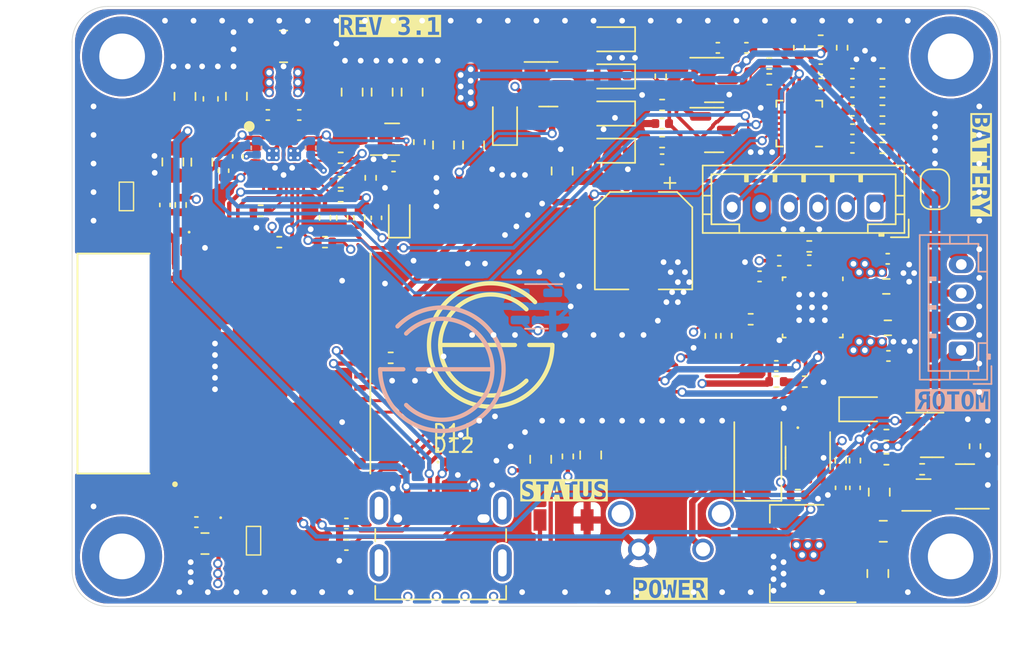
<source format=kicad_pcb>
(kicad_pcb (version 20221018) (generator pcbnew)
  (layers (0 "F.Cu" mixed) (1 "In1.Cu" power) (2 "In2.Cu" power) (31 "B.Cu" signal) (34 "B.Paste" user) (35 "F.Paste" user) (36 "B.SilkS" user "B.Silkscreen") (37 "F.SilkS" user "F.Silkscreen") (38 "B.Mask" user) (39 "F.Mask" user) (44 "Edge.Cuts" user))
  (net 0 "")
  (net 1 "/OUT2A")
  (net 2 "Net-(A1-nEN)")
  (net 3 "GND")
  (net 4 "Net-(A1-CP1)")
  (net 5 "Net-(A1-CP2)")
  (net 6 "/VCP")
  (net 8 "Net-(A1-VREG)")
  (net 9 "/MS1")
  (net 10 "/MS2")
  (net 11 "/MS3")
  (net 12 "Net-(A1-nRESET)")
  (net 13 "/ROSC")
  (net 14 "/MOT_nSLEEP")
  (net 15 "Net-(A1-VDD)")
  (net 16 "/STEP")
  (net 17 "/VREF")
  (net 18 "/DIR")
  (net 20 "/OUT1A")
  (net 21 "/BAT+")
  (net 22 "Net-(A1-SENSE1)")
  (net 23 "/OUT1B")
  (net 25 "/OUT2B")
  (net 26 "Net-(A1-SENSE2)")
  (net 27 "/STAT")
  (net 28 "/VUSB")
  (net 29 "/BTST1")
  (net 30 "/REGN")
  (net 33 "/VAC")
  (net 34 "/QON")
  (net 35 "/CE")
  (net 36 "/SCL")
  (net 37 "/SDA")
  (net 38 "/TS")
  (net 39 "/ILIM_HIZ")
  (net 40 "/BATP")
  (net 41 "/BTST2")
  (net 42 "/PROG")
  (net 43 "/INT")
  (net 44 "/VBAT")
  (net 45 "/SDRV")
  (net 46 "/VSYS")
  (net 47 "/SW2")
  (net 48 "/SW1")
  (net 49 "/PMID")
  (net 50 "/ESP_EN")
  (net 51 "+3.3V")
  (net 52 "/VIN")
  (net 53 "Net-(D1-A)")
  (net 54 "Net-(D2-A)")
  (net 55 "/CNTRL")
  (net 56 "/ADDRS_LED")
  (net 57 "/BC_INT")
  (net 58 "/D-")
  (net 59 "/D+")
  (net 60 "Net-(J1-CC1)")
  (net 62 "Net-(J1-CC2)")
  (net 64 "/BAT_C1")
  (net 65 "Net-(Q1-D)")
  (net 66 "/SHUTDOWN")
  (net 70 "/BAT_C2")
  (net 71 "/BAT_C3")
  (net 72 "/VC4")
  (net 73 "/VC3")
  (net 74 "Net-(Q2-D)")
  (net 75 "/VC2")
  (net 76 "/VC1")
  (net 77 "/VC0")
  (net 78 "Net-(U6-SRN)")
  (net 79 "Net-(U6-SRP)")
  (net 80 "Net-(U6-BAT)")
  (net 81 "Net-(U6-REGSRC)")
  (net 82 "Net-(Q2-S)")
  (net 83 "Net-(C35-Pad2)")
  (net 84 "Net-(D7-K)")
  (net 85 "Net-(D8-K)")
  (net 86 "Net-(D9-A)")
  (net 87 "Net-(D10-K)")
  (net 88 "/BAT_C0")
  (net 89 "Net-(Q2-G)")
  (net 90 "/WAKE")
  (net 91 "Net-(U6-DSG)")
  (net 92 "Net-(U6-CHG)")
  (net 93 "/SW")
  (net 94 "Net-(D13-A1)")
  (net 95 "Net-(U2-D2)")
  (net 101 "/ALERT")
  (net 111 "/ESP_IO0")
  (net 112 "/ESP_RX")
  (net 113 "/ESP_TX")
  (net 123 "Net-(BQ25792RQMR1-TS)")
  (net 124 "Net-(U8-IO18{slash}DAC2)")
  (footprint "Diode_SMD:D_0402_1005Metric" (layer "F.Cu") (at 124.6 94.8 180)
    (fp_text reference "D14" hide)
    (fp_text value "TVN3V3B1S")
  )
  (footprint "Lipo_Charger:BQ25792" (layer "F.Cu") (at 132.3 89.8)
    (fp_text reference "BQ25792RQMR1" hide)
    (fp_text value "~")
  )
  (footprint "Capacitor_SMD:C_0805_2012Metric" (layer "F.Cu") (at 129 85.294483 90)
    (fp_text reference "C10" hide)
    (fp_text value "10u")
  )
  (footprint "Package_SON:WSON-6-1EP_2x2mm_P0.65mm_EP1x1.6mm" (layer "F.Cu") (at 176.6 113.2)
    (fp_text reference "U5" hide)
    (fp_text value "TPS22810DRV")
  )
  (footprint "Resistor_SMD:R_0603_1608Metric" (layer "F.Cu") (at 174.491121 98.6)
    (fp_text reference "R44" hide)
    (fp_text value "68m")
  )
  (footprint "Capacitor_SMD:C_0402_1005Metric" (layer "F.Cu") (at 136.7 115.2 180)
    (fp_text reference "R4" hide)
    (fp_text value "5.1k")
  )
  (footprint "Resistor_SMD:R_0402_1005Metric" (layer "F.Cu") (at 171.4 81.89 90)
    (fp_text reference "R29" hide)
    (fp_text value "100")
  )
  (footprint "Resistor_SMD:R_0402_1005Metric" (layer "F.Cu") (at 130.7 93.3 180)
    (fp_text reference "R1" hide)
    (fp_text value "10k")
  )
  (footprint "Resistor_SMD:R_0402_1005Metric" (layer "F.Cu") (at 174.5 110.7 180)
    (fp_text reference "R17" hide)
    (fp_text value "100k")
  )
  (footprint "Package_TO_SOT_SMD:SOT-23" (layer "F.Cu") (at 150.8375 84.45)
    (fp_text reference "Q4" hide)
    (fp_text value "PMOS")
  )
  (footprint "XCVR_ESP32-S3-MINI-1-N8:XCVR_ESP32-S3-MINI-1-N8" (layer "F.Cu") (at 130.65 104 90)
    (fp_text reference "U8" hide)
    (fp_text value "ESP32-S3-MINI-1-N8")
  )
  (footprint "Capacitor_SMD:C_0402_1005Metric" (layer "F.Cu") (at 172.12 88.9 180)
    (fp_text reference "C21" hide)
    (fp_text value "220nf")
  )
  (footprint "Resistor_SMD:R_0402_1005Metric" (layer "F.Cu") (at 174.5 109 180)
    (fp_text reference "R9" hide)
    (fp_text value "100k")
  )
  (footprint "Diode_SMD:D_SOD-323" (layer "F.Cu") (at 172.8 107.2)
    (fp_text reference "D4" hide)
    (fp_text value "1N4148WQ-13-F")
  )
  (footprint "Capacitor_SMD:C_0805_2012Metric" (layer "F.Cu") (at 150.3 110.7 90)
    (fp_text reference "C6" hide)
    (fp_text value "10u")
  )
  (footprint "Capacitor_SMD:C_0402_1005Metric" (layer "F.Cu") (at 169.1 96.767653 180)
    (fp_text reference "C47" hide)
    (fp_text value "0.1u")
  )
  (footprint "Capacitor_SMD:C_0402_1005Metric" (layer "F.Cu") (at 164.7 81.9 180)
    (fp_text reference "C35" hide)
    (fp_text value "0.1u")
  )
  (footprint "Resistor_SMD:R_0402_1005Metric" (layer "F.Cu") (at 135.2 95.5 180)
    (fp_text reference "R34" hide)
    (fp_text value "10k")
  )
  (footprint "Resistor_SMD:R_0402_1005Metric" (layer "F.Cu") (at 125.1 92.9 -90)
    (fp_text reference "R36" hide)
    (fp_text value "10k")
  )
  (footprint "Resistor_SMD:R_0402_1005Metric" (layer "F.Cu") (at 136.4 93.8 -90)
    (fp_text reference "R16" hide)
    (fp_text value "10k")
  )
  (footprint "Inductor_SMD:L_1008_2520Metric" (layer "F.Cu") (at 132.3 81.8 180)
    (fp_text reference "L1" hide)
    (fp_text value "1u")
  )
  (footprint "Diode_SMD:D_0402_1005Metric" (layer "F.Cu") (at 144.2 110.9)
    (fp_text reference "D12")
    (fp_text value "TVN3V3B1S")
  )
  (footprint "Capacitor_SMD:C_0402_1005Metric" (layer "F.Cu") (at 169.9 83.4)
    (fp_text reference "C29" hide)
    (fp_text value "0.1u")
  )
  (footprint "Resistor_SMD:R_0402_1005Metric" (layer "F.Cu") (at 152.2 110.5 90)
    (fp_text reference "R6" hide)
    (fp_text value "5.1k")
  )
  (footprint "Diode_SMD:D_SOD-323" (layer "F.Cu") (at 155.3 86.5 180)
    (fp_text reference "D8" hide)
    (fp_text value "1N4148WQ-13-F")
  )
  (footprint "Package_SON:WSON-6-1EP_2x2mm_P0.65mm_EP1x1.6mm" (layer "F.Cu") (at 139.4 88.3)
    (fp_text reference "U1" hide)
    (fp_text value "TPS22810DRV")
  )
  (footprint "LED_SMD:LED_WS2812B_PLCC4_5.0x5.0mm_P3.2mm" (layer "F.Cu") (at 151.9 117.4 90)
    (fp_text reference "D3" hide)
    (fp_text value "WS2812B")
  )
  (footprint "Diode_SMD:D_SOD-323" (layer "F.Cu") (at 155.3 83.9 180)
    (fp_text reference "D10" hide)
    (fp_text value "1N4148WQ-13-F")
  )
  (footprint "Capacitor_SMD:C_0402_1005Metric" (layer "F.Cu") (at 174.591121 96.667653)
    (fp_text reference "C40" hide)
    (fp_text value "0.1u")
  )
  (footprint "Capacitor_SMD:C_0805_2012Metric" (layer "F.Cu") (at 143.5 88.7 -90)
    (fp_text reference "C16" hide)
    (fp_text value "10u")
  )
  (footprint "Capacitor_SMD:C_0805_2012Metric" (layer "F.Cu") (at 145.6 88.7 -90)
    (fp_text reference "C18" hide)
    (fp_text value "10u")
  )
  (footprint "Capacitor_SMD:C_0805_2012Metric" (layer "F.Cu") (at 174.28 115.74)
    (fp_text reference "C33" hide)
    (fp_text value "10u")
  )
  (footprint "Capacitor_SMD:C_0805_2012Metric" (layer "F.Cu") (at 153.8 110.4 90)
    (fp_text reference "D2" hide)
    (fp_text value "LED")
  )
  (footprint "Resistor_SMD:R_0402_1005Metric" (layer "F.Cu") (at 137.6 93.8 -90)
    (fp_text reference "R13" hide)
    (fp_text value "5.24k")
  )
  (footprint "Resistor_SMD:R_0402_1005Metric" (layer "F.Cu") (at 174.22 86.3 180)
    (fp_text reference "R23" hide)
    (fp_text value "10")
  )
  (footprint "Capacitor_SMD:C_0402_1005Metric" (layer "F.Cu") (at 162.7 81.9 180)
    (fp_text reference "C36" hide)
    (fp_text value "0.1u")
  )
  (footprint "Switch:Tactile_5.5mmx2.85mm" (layer "F.Cu") (at 130.2 116.4 -90)
    (fp_text reference "SW2" hide)
    (fp_text value "Boot")
  )
  (footprint "Capacitor_SMD:C_0402_1005Metric" (layer "F.Cu") (at 167 96.8)
    (fp_text reference "C45" hide)
    (fp_text value "0.1u")
  )
  (footprint "Package_TO_SOT_SMD:TSOT-23-6" (layer "F.Cu") (at 169 110.6 -90)
    (fp_text reference "U3" hide)
    (fp_text value "DMG6602SVTQ")
  )
  (footprint "Resistor_SMD:R_0402_1005Metric" (layer "F.Cu") (at 174.22 83.7 180)
    (fp_text reference "R25" hide)
    (fp_text value "10")
  )
  (footprint "Resistor_SMD:R_0402_1005Metric" (layer "F.Cu") (at 168.3 113.2)
    (fp_text reference "R11" hide)
    (fp_text value "100k")
  )
  (footprint "Capacitor_SMD:C_0402_1005Metric" (layer "F.Cu") (at 136.7 116.7 180)
    (fp_text reference "R5" hide)
    (fp_text value "5.1k")
  )
  (footprint "Capacitor_SMD:C_0402_1005Metric" (layer "F.Cu") (at 138.8 93.8 -90)
    (fp_text reference "R3" hide)
    (fp_text value "5.1k")
  )
  (footprint "Resistor_SMD:R_0402_1005Metric" (layer "F.Cu") (at 162.191121 102.067653 -90)
    (fp_text reference "R38" hide)
    (fp_text value "10k")
  )
  (footprint "LED_SMD:LED_0603_1608Metric" (layer "F.Cu") (at 140.4 93.7 90)
    (fp_text reference "D1" hide)
    (fp_text value "LED")
  )
  (footprint "Capacitor_SMD:C_0402_1005Metric" (layer "F.Cu") (at 171.3 112.7 90)
    (fp_text reference "C31" hide)
    (fp_text value "0.1u")
  )
  (footprint "Capacitor_SMD:C_0805_2012Metric" (layer "F.Cu") (at 124.55 89.89 -90)
    (fp_text reference "C3" hide)
    (fp_text value "10u")
  )
  (footprint "Diode_SMD:D_0402_1005Metric" (layer "F.Cu") (at 127.9 113.7 90)
    (fp_text reference "D15" hide)
    (fp_text value "TVN3V3B1S")
  )
  (footprint "Resistor_SMD:R_0402_1005Metric" (layer "F.Cu") (at 177 111.4 180)
    (fp_text reference "R20" hide)
    (fp_text value "100k")
  )
  (footprint "Resistor_SMD:R_0402_1005Metric" (layer "F.Cu") (at 174.22 85 180)
    (fp_text reference "R24" hide)
    (fp_text value "10")
  )
  (footprint "Capacitor_SMD:C_0402_1005Metric" (layer "F.Cu") (at 165.62 97.9)
    (fp_text reference "C43" hide)
    (fp_text value "0.22u")
  )
  (footprint "Resistor_SMD:R_0402_1005Metric" (layer "F.Cu") (at 132 95.5)
    (fp_text reference "R35" hide)
    (fp_text value "10k")
  )
  (footprint "Package_TO_SOT_SMD:SOT-23" (layer "F.Cu") (at 162.4375 84.15)
    (fp_text reference "Q2" hide)
    (fp_text value "NMOS")
  )
  (footprint "Capacitor_SMD:C_0402_1005Metric" (layer "F.Cu") (at 126.2 115.1 180)
    (fp_text reference "C44" hide)
    (fp_text value "0.1u")
  )
  (footprint "Resistor_SMD:R_0402_1005Metric" (layer "F.Cu") (at 136.3 89.6)
    (fp_text reference "R2" hide)
    (fp_text value "10k")
  )
  (footprint "Package_TO_SOT_SMD:TSOT-23-6" (layer "F.Cu") (at 177.7 109)
    (fp_text reference "U2" hide)
    (fp_text value "DMG6602SVTQ")
  )
  (footprint "Resistor_SMD:R_0402_1005Metric" (layer "F.Cu") (at 141.8 88.5 90)
    (fp_text reference "R10" hide)
    (fp_text value "100")
  )
  (footprint "MountingHole:MountingHole_3.2mm_M3_DIN965_Pad_TopBottom" (layer "F.Cu") (at 179 117.5)
    (fp_text reference "H3" hide)
    (fp_text value "MountingHole")
  )
  (footprint "Capacitor_SMD:C_0402_1005Metric" (layer "F.Cu") (at 172.3 112.7 90)
    (fp_text reference "C27" hide)
    (fp_text value "1u")
  )
  (footprint "Capacitor_SMD:C_0805_2012Metric" (layer "F.Cu") (at 126.8 116.6 180)
    (fp_text reference "C46" hide)
    (fp_text value "22u")
  )
  (footprint "Capacitor_SMD:C_0402_1005Metric" (layer "F.Cu") (at 172.12 85 180)
    (fp_text reference "C24" hide)
    (fp_text value "220nf")
  )
  (footprint "Diode_SMD:D_SOD-323" (layer "F.Cu") (at 155.3 81.3 180)
    (fp_text reference "D9" hide)
    (fp_text value "1N4148WQ-13-F")
  )
  (footprint "Capacitor_SMD:C_0402_1005Metric" (layer "F.Cu") (at 128.1 90.5 90)
    (fp_text reference "C9" hide)
    (fp_text value "4.7u")
  )
  (footprint "Button_THT:SW2_1825027-C_TEC" (layer "F.Cu") (at 157.161749 117.007949)
    (fp_text reference "SW3" hide)
    (fp_text value "1825027-8" hide)
  )
  (footprint "Package_DFN_QFN:UQFN-20-1EP_3x3mm_P0.4mm_EP1.85x1.85mm" (layer "F.Cu") (at 168.4 87.2 180)
    (fp_text reference "U6" hide)
    (fp_text value "BQ76905")
  )
  (footprint "Resistor_SMD:R_0402_1005Metric" (layer "F.Cu") (at 138.4 91 -90)
    (fp_text reference "R15" hide)
    (fp_text value "6.04k")
  )
  (footprint "Capacitor_SMD:C_0805_2012Metric" (layer "F.Cu") (at 174 113 90)
    (fp_text reference "C26" hide)
    (fp_text value "10u")
  )
  (footprint "MountingHole:MountingHole_3.2mm_M3_DIN965_Pad_TopBottom" (layer "F.Cu") (at 179 82.5)
    (fp_text reference "H2" hide)
    (fp_text value "MountingHole")
  )
  (footprint "Resistor_SMD:R_0402_1005Metric" (layer "F.Cu") (at 166.801121 105.267653)
    (fp_text reference "R40" hide)
    (fp_text value "20k")
  )
  (footprint "Capacitor_SMD:C_0805_2012Metric" (layer "F.Cu") (at 126.58 89.9 -90)
    (fp_text reference "C2" hide)
    (fp_text value "10u")
  )
  (footprint "Resistor_SMD:R_0402_1005Metric" (layer "F.Cu") (at 158.8 88.5)
    (fp_text reference "R28" hide)
    (fp_text value "100")
  )
  (footprint "Capacitor_SMD:C_0402_1005Metric" (layer "F.Cu") (at 140 90.2 180)
    (fp_text reference "C14" hide)
    (fp_text value "NP")
  )
  (footprint "Capacitor_SMD:C_0805_2012Metric" (layer "F.Cu") (at 141.3 85 90)
    (fp_text reference "C13" hide)
    (fp_text value "10u")
  )
  (footprint "Connector_JST:JST_PH_B6B-PH-K_1x06_P2.00mm_Vertical" (layer "F.Cu") (at 173.7 93.05 180)
    (fp_text reference "J3" hide)
    (fp_text value "JST_PH")
  )
  (footprint "Diode_SMD:D_SOD-323F" (layer "F.Cu") (at 147.8 87.1 90)
    (fp_text reference "D5" hide)
    (fp_text value "D_Zener")
  )
  (footprint "Resistor_SMD:R_0402_1005Metric" (layer "F.Cu") (at 171.3 110.8 90)
    (fp_text reference "R7" hide)
    (fp_text value "100k")
  )
  (footprint "Capacitor_SMD:C_0805_2012Metric" (layer "F.Cu") (at 125.4 85.3 90)
    (fp_text reference "C12" hide)
    (fp_text value "10u")
  )
  (footprint "Capacitor_SMD:C_0805_2012Metric" (layer "F.Cu") (at 139.2 85 90)
    (fp_text reference "C15" hide)
    (fp_text value "10u")
  )
  (footprint "Diode_SMD:D_SOD-323" (layer "F.Cu") (at 155.3 89.1 180)
    (fp_text reference "D7" hide)
    (fp_text value "1N4148WQ-13-F")
  )
  (footprint "Capacitor_SMD:C_0402_1005Metric" (layer "F.Cu") (at 174.641121 103.467653)
    (fp_text reference "C39" hide)
    (fp_text value "0.1u")
  )
  (footprint "MountingHole:MountingHole_3.2mm_M3_DIN965_Pad_TopBottom" (layer "F.Cu") (at 121 82.5)
    (fp_text reference "H1" hide)
    (fp_text value "MountingHole")
  )
  (footprint "Package_TO_SOT_SMD:SOT-23" (layer "F.Cu") (at 162.4375 87.65)
    (fp_text reference "Q3" hide)
    (fp_text value "NMOS")
  )
  (footprint "Resistor_SMD:R_0402_1005Metric" (layer "F.Cu") (at 174.22 88.9 180)
    (fp_text reference "R21" hide)
    (fp_text value "10")
  )
  (footprint "Capacitor_SMD:C_0805_2012Metric" (layer "F.Cu") (at 151.8 90.52 90)
    (fp_text reference "C34" hide)
    (fp_text value "10u")
  )
  (footprint "Resistor_SMD:R_0603_1608Metric" (layer "F.Cu") (at 174.6 101.5)
    (fp_text reference "R43" hide)
    (fp_text value "68m")
  )
  (footprint "Connector_USB:USB_C_Receptacle_JAE_DX07S016JA1R1500" (layer "F.Cu") (at 143.3 116.8)
    (fp_text reference "J1" hide)
    (fp_text value "USB_C_Receptacle_USB2.0" hide)
  )
  (footprint "Capacitor_SMD:C_0402_1005Metric" (layer "F.Cu") (at 158.8 89.7 180)
    (fp_text reference "C30" hide)
    (fp_text value "1u")
  )
  (footprint "Resistor_SMD:R_0402_1005Metric" (layer "F.Cu") (at 158.7 83.9 -90)
    (fp_text reference "R33" hide)
    (fp_text value "100k")
  )
  (footprint "Resistor_SMD:R_0402_1005Metric" (layer "F.Cu") (at 169.9 81.4)
    (fp_text reference "R27" hide)
    (fp_text value "1m")
  )
  (footprint "MountingHole:MountingHole_3.2mm_M3_DIN965_Pad_TopBottom" (layer "F.Cu") (at 121 117.5)
    (fp_text reference "H4" hide)
    (fp_text value "MountingHole")
  )
  (footprint "Capacitor_SMD:C_0402_1005Metric" (layer "F.Cu") (at 131.2 86.6)
    (fp_text reference "C7" hide)
    (fp_text value ".1u")
  )
  (footprint "Package_DFN_QFN:QFN-28_4x4mm_P0.5mm" (layer "F.Cu") (at 169.341121 100.067653 -90)
    (fp_text reference "A1" hide)
    (fp_text value "~")
  )
  (footprint "Capacitor_SMD:C_0402_1005Metric" (layer "F.Cu") (at 166.791121 104.167653)
    (fp_text reference "C42" hide)
    (fp_text value "0.22u")
  )
  (footprint "Capacitor_SMD:CP_Elec_6.3x5.4" (layer "F.Cu") (at 157.5 95.4 -90)
    (fp_text reference "C41" hide)
    (fp_text value "47u")
  )
  (footprint "Resistor_SMD:R_0402_1005Metric" (layer "F.Cu") (at 168.791121 105.267653)
    (fp_text reference "R41" hide)
    (fp_text value "10k")
  )
  (footprint "Diode_SMD:D_0402_1005Metric" (layer "F.Cu") (at 144.2 109.95)
    (fp_text reference "D11")
    (fp_text value "TVN3V3B1S")
  )
  (footprint "Resistor_SMD:R_0402_1005Metric" (layer "F.Cu") (at 139.8 103.6 180)
    (fp_text reference "R45" hide)
    (fp_text value "10k")
  )
  (footprint "Package_TO_SOT_SMD:SOT-23" (layer "F.Cu") (at 180 112.6 180)
    (fp_text reference "Q1" hide)
    (fp_text value "2N7002")
  )
  (footprint "Capacitor_SMD:C_0805_2012Metric" (layer "F.Cu") (at 173.9 118.7 -90)
    (fp_text reference "C37" hide)
    (fp_text value "22u")
  )
  (footprint "Resistor_SMD:R_0402_1005Metric" (layer "F.Cu") (at 158.8 85.9)
    (fp_text reference "R30" hide)
    (fp_text value "0")
  )
  (footprint "Capacitor_SMD:C_0603_1608Metric" (layer "F.Cu") (at 127.2 85.475 90)
    (fp_text reference "C8" hide)
    (fp_text value "10u")
  )
  (footprint "Resistor_SMD:R_0402_1005Metric" (layer "F.Cu") (at 135.2 93.8 -90)
    (fp_text reference "R14" hide)
    (fp_text value "30.31k")
  )
  (footprint "Resistor_SMD:R_0402_1005Metric" (layer "F.Cu") (at 136.3 91.3)
    (fp_text reference "R18" hide)
    (fp_text value "100k")
  )
  (footprint "Capacitor_SMD:C_0402_1005Metric" (layer "F.Cu") (at 158.8 87.2 180)
    (fp_text reference "C32" hide)
    (fp_text value "1u")
  )
  (footprint "Capacitor_SMD:C_0402_1005Metric" (layer "F.Cu") (at 124 92.9 90)
    (fp_text reference "C38" hide)
    (fp_text value "1u")
  )
  (footprint "Resistor_SMD:R_0402_1005Metric" (layer "F.Cu") (at 166.3 84.1 180)
    (fp_text reference "R32" hide)
    (fp_text value "5.1k")
  )
  (footprint "Resistor_SMD:R_0402_1005Metric" (layer "F.Cu") (at 174.22 87.6 180)
    (fp_text reference "R22" hide)
    (fp_text value "10")
  )
  (footprint "Diode_SMD:D_0402_1005Metric" (layer "F.Cu") (at 168.3 107.4 90)
    (fp_text reference "D13" hide)
    (fp_text value "TVN3V3B1S")
  )
  (footprint "Resistor_SMD:R_0402_1005Metric" (layer "F.Cu") (at 168.4 81.9 90)
    (fp_text reference "R26" hide)
    (fp_text value "100")
  )
  (footprint "Resistor_SMD:R_0402_1005Metric" (layer "F.Cu") (at 163.291121 102.057653 90)
    (fp_text reference "R37" hide)
    (fp_text value "NP")
  )
  (footprint "Resistor_SMD:R_0402_1005Metric" (layer "F.Cu") (at 180.7 109.79 90)
    (fp_text reference "R19" hide)
    (fp_text value "100k")
  )
  (footprint "Switch:Tactile_5.5mmx2.85mm" (layer "F.Cu") (at 121.3 92.3 90)
    (fp_text reference "SW1" hide)
    (fp_text value "Reset")
  )
  (footprint "Resistor_SMD:R_0402_1005Metric" (layer "F.Cu") (at 166.3 83 180)
    (fp_text reference "R31" hide)
    (fp_text value "5.1k")
  )
  (footprint "Capacitor_SMD:C_0402_1005Metric" (layer "F.Cu") (at 172.12 86.3 180)
    (fp_text reference "C23" hide)
    (fp_text value "220nf")
  )
  (footprint "Capacitor_SMD:C_0402_1005Metric" (layer "F.Cu") (at 169.9 84.4)
    (fp_text reference "C28" hide)
    (fp_text value "100p")
  )
  (footprint "Jumper:SolderJumper-2_P1.3mm_Open_RoundedPad1.0x1.5mm" (layer "F.Cu") (at 177.9 91.8 90)
    (fp_text reference "JP1" hide)
    (fp_text value "BQ76905_Bypass")
  )
  (footprint "Package_TO_SOT_SMD:SOT-223" (layer "F.Cu") (at 168.25 117.3 180)
    (fp_text reference "U7" hide)
    (fp_text value "AZ1117-3.3")
  )
  (footprint "Capacitor_SMD:C_0402_1005Metric" (layer "F.Cu") (at 129.1 89.5 -90)
    (fp_text reference "C1" hide)
    (fp_text value "0.1u")
  )
  (footprint "Resistor_SMD:R_0402_1005Metric" (layer "F.Cu") (at 169.1 95.8 180)
    (fp_text reference "R39" hide)
    (fp_text value "100k")
  )
  (footprint "Diode_SMD:D_SMA" (layer "F.Cu") (at 165.5 110.1 90)
    (fp_text reference "D6" hide)
    (fp_text value "EVVO SS16")
  )
  (footprint "Resistor_SMD:R_0402_1005Metric" (layer "F.Cu") (at 172.3 110.79 -90)
    (fp_text reference "R8" hide)
    (fp_text value "1M")
  )
  (footprint "Capacitor_SMD:C_0805_2012Metric" (layer "F.Cu") (at 137.1 85 90)
    (fp_text reference "C17" hide)
    (fp_text value "10u")
  )
  (footprint "Capacitor_SMD:C_0402_1005Metric" (layer "F.Cu") (at 172.12 87.6 180)
    (fp_text reference "C22" hide)
    (fp_text value "220nf")
  )
  (footprint "Capacitor_SMD:C_0402_1005Metric" (layer "F.Cu") (at 133.4 86.6 180)
    (fp_text reference "C11" hide)
    (fp_text value "0.1u")
  )
  (footprint "Resistor_SMD:R_0402_1005Metric" (layer "F.Cu") (at 136.3 92.3)
    (fp_text reference "R12" hide)
    (fp_text value "127k")
  )
  (footprint "Capacitor_SMD:C_0402_1005Metric" (layer "F.Cu") (at 172.12 83.7 180)
    (fp_text reference "C25" hide)
    (fp_text value "220nf")
  )
  (footprint "Resistor_SMD:R_0402_1005Metric" (layer "F.Cu") (at 165 100.9)
    (fp_text reference "R42" hide)
    (fp_text value "100k")
  )
  (footprint "Connector_JST:JST_PH_B4B-PH-K_1x04_P2.00mm_Vertical" (layer "B.Cu") (at 179.741121 103.067653 90)
    (fp_text reference "J4" hide)
    (fp_text value "Conn_01x04")
  )
  (footprint "Package_TO_SOT_SMD:SOT-23-6" (layer "B.Cu") (at 150 100 180)
    (fp_text reference "U4" hide)
    (fp_text value "TLV493DA1B6HTSA2" hide)
  )
  (footprint "Capacitor_SMD:C_0402_1005Metric" (layer "B.Cu") (at 134.2 88.9 -90)
    (fp_text reference "C5" hide)
    (fp_text value "47n")
  )
  (footprint "Capacitor_SMD:C_0402_1005Metric" (layer "B.Cu") (at 130.4 88.9 90)
    (fp_text reference "C4" hide)
    (fp_text value "47n")
  )
  (gr_line (start 140.682234 104.4) (end 139.063101 104.399999) (stroke (width 0.3)) (layer "B.SilkS"))
  (gr_arc (start 140.882234 101.9) (mid 146.917773 104.400001) (end 140.882234 106.899998) (stroke (width 0.3)) (layer "B.SilkS"))
  (gr_line (start 146.917765 104.399999) (end 141.682234 104.4) (stroke (width 0.3)) (layer "B.SilkS"))
  (gr_arc (start 140.274999 101.399999) (mid 147.387008 106.017768) (end 139.063101 104.399999) (stroke (width 0.3)) (layer "B.SilkS"))
  (gr_line (start 148.5 102.7) (end 143.264469 102.699999) (stroke (width 0.3)) (layer "F.SilkS"))
  (gr_line (start 151.119133 102.699999) (end 149.5 102.7) (stroke (width 0.3)) (layer "F.SilkS"))
  (gr_circle (center 129.9 87.4) (end 130.216228 87.4) (stroke (width 0.12)) (fill solid) (layer "F.SilkS"))
  (gr_arc (start 149.3 105.199998) (mid 143.264411 102.700001) (end 149.3 100.2) (stroke (width 0.3)) (layer "F.SilkS"))
  (gr_arc (start 151.119133 102.699999) (mid 142.795218 104.317771) (end 149.907235 99.699999) (stroke (width 0.3)) (layer "F.SilkS"))
  (gr_arc (start 120 121) (mid 118.232233 120.267767) (end 117.5 118.5) (stroke (width 0.05)) (layer "Edge.Cuts"))
  (gr_arc (start 182.5 118.5) (mid 181.767767 120.267767) (end 180 121) (stroke (width 0.05)) (layer "Edge.Cuts"))
  (gr_arc (start 117.5 81.5) (mid 118.232233 79.732233) (end 120 79) (stroke (width 0.05)) (layer "Edge.Cuts"))
  (gr_arc (start 180 79) (mid 181.767767 79.732233) (end 182.5 81.5) (stroke (width 0.05)) (layer "Edge.Cuts"))
  (gr_line (start 180 121) (end 120 121) (stroke (width 0.05)) (layer "Edge.Cuts"))
  (gr_line (start 117.5 118.5) (end 117.5 81.5) (stroke (width 0.05)) (layer "Edge.Cuts"))
  (gr_line (start 182.5 81.5) (end 182.5 118.5) (stroke (width 0.05)) (layer "Edge.Cuts"))
  (gr_line (start 120 79) (end 180 79) (stroke (width 0.05)) (layer "Edge.Cuts"))
  (gr_text "MOTOR\n" (at 181.7 107.4) (layer "B.SilkS" knockout) (effects (font (size 1.22 1.2) (thickness 0.24) bold) (justify left bottom mirror)))
  (gr_text "REV 3.1\n" (at 136.2 81.2) (layer "F.SilkS" knockout) (effects (font (size 1.22 1.2) (thickness 0.24) bold) (justify left bottom)))
  (gr_text "STATUS\n" (at 148.9 113.7) (layer "F.SilkS" knockout) (effects (font (size 1.22 1.2) (thickness 0.24) bold) (justify left bottom)))
  (gr_text "POWER\n" (at 156.8 120.6) (layer "F.SilkS" knockout) (effects (font (size 1.22 1.2) (thickness 0.24) bold) (justify left bottom)))
  (gr_text "BATTERY\n" (at 180.3 86.5 -90) (layer "F.SilkS" knockout) (effects (font (size 1.22 1.2) (thickness 0.24) bold) (justify left bottom)))
  (via (at 143 120.3) (size 0.65) (drill 0.4) (layers "F.Cu" "B.Cu") (net 0))
  (via (at 145 120.3) (size 0.65) (drill 0.4) (layers "F.Cu" "B.Cu") (net 0))
  (via (at 141 120.3) (size 0.65) (drill 0.4) (layers "F.Cu" "B.Cu") (net 0))
  (via (at 147 120.3) (size 0.65) (drill 0.4) (layers "F.Cu" "B.Cu") (net 0))
  (segment (start 170.341121 96.531121) (end 170.341121 98.130153) (width 0.254) (layer "F.Cu") (net 2))
  (segment (start 169.61 95.8) (end 170.341121 96.531121) (width 0.254) (layer "F.Cu") (net 2))
  (segment (start 122.7 88.9) (end 121.375 88.9) (width 0.254) (layer "F.Cu") (net 3))
  (segment (start 129 102.35) (end 132.3 102.35) (width 1) (layer "F.Cu") (net 3))
  (segment (start 123.305 90.675) (end 126.9 90.675) (width 0.45) (layer "F.Cu") (net 3))
  (segment (start 169.891341 110.6005) (end 169 111.491841) (width 0.154) (layer "F.Cu") (net 3))
  (segment (start 165 89.2) (end 165.7 89.2) (width 0.45) (layer "F.Cu") (net 3))
  (segment (start 171.3 112.22) (end 170.4 113.12) (width 0.3) (layer "F.Cu") (net 3))
  (segment (start 125.55 114.93) (end 125.55 111) (width 0.3) (layer "F.Cu") (net 3))
  (segment (start 172.3 111.3) (end 172.3 112.22) (width 0.3) (layer "F.Cu") (net 3))
  (segment (start 135.2 94.31) (end 134.39 94.31) (width 0.154) (layer "F.Cu") (net 3))
  (segment (start 130.19 94.29) (end 130.19 93.3) (width 0.254) (layer "F.Cu") (net 3))
  (segment (start 129 105.65) (end 132.3 105.65) (width 1) (layer "F.Cu") (net 3))
  (segment (start 178.8375 109) (end 180.1 109) (width 0.254) (layer "F.Cu") (net 3))
  (segment (start 132.3 104) (end 129 104) (width 1) (layer "F.Cu") (net 3))
  (segment (start 151.8 90.04) (end 151.8 89.1) (width 0.45) (layer "F.Cu") (net 3))
  (segment (start 145.762437 89.275) (end 143.3 89.275) (width 1) (layer "F.Cu") (net 3))
  (segment (start 166.5 89.2) (end 166.7 89.2) (width 0.45) (layer "F.Cu") (net 3))
  (segment (start 121.375 88.9) (end 120.225 90.05) (width 0.254) (layer "F.Cu") (net 3))
  (segment (start 180.42 109) (end 180.7 109.28) (width 0.254) (layer "F.Cu") (net 3))
  (segment (start 139.95 112.75) (end 140.2 113) (width 0.45) (layer "F.Cu") (net 3))
  (segment (start 125.85 119.25) (end 125.8 119.3) (width 0.3) (layer "F.Cu") (net 3))
  (segment (start 163.1625 87.8625) (end 163.325 87.7) (width 0.45) (layer "F.Cu") (net 3))
  (segment (start 171.5 119.65) (end 171.45 119.6) (width 1) (layer "F.Cu") (net 3))
  (segment (start 136.91 91.2) (end 137.22 91.51) (width 0.2032) (layer "F.Cu") (net 3))
  (segment (start 129 105.65) (end 129 102.35) (width 1) (layer "F.Cu") (net 3))
  (segment (start 136.22 115.2) (end 136.22 116.7) (width 0.2032) (layer "F.Cu") (net 3))
  (segment (start 146.4 113) (end 146.9 112.5) (width 0.45) (layer "F.Cu") (net 3))
  (segment (start 120.225 94.55) (end 120.225 90.05) (width 0.254) (layer "F.Cu") (net 3))
  (segment (start 146.9 90.412563) (end 146.9 90.4) (width 1) (layer "F.Cu") (net 3))
  (segment (start 167.37065 107.08) (end 168.3 107.08) (width 0.154) (layer "F.Cu") (net 3))
  (segment (start 180.1 108) (end 180.2 107.9) (width 0.254) (layer "F.Cu") (net 3))
  (segment (start 180.9375 111.65) (end 180.9375 111.8375) (width 0.3) (layer "F.Cu") (net 3))
  (segment (start 166.9125 86.4) (end 166.3 86.4) (width 0.2032) (layer "F.Cu") (net 3))
  (segment (start 136.22 117.78) (end 136.2 117.8) (width 0.2032) (layer "F.Cu") (net 3))
  (segment (start 172.3 112.22) (end 171.3 112.22) (width 0.3) (layer "F.Cu") (net 3))
  (segment (start 158.7 83.3) (end 160.1 81.9) (width 0.45) (layer "F.Cu") (net 3))
  (segment (start 161.322347 102.577653) (end 162.191121 102.577653) (width 0.2032) (layer "F.Cu") (net 3))
  (segment (start 170.06 113.46) (end 170.32 113.2) (width 0.3) (layer "F.Cu") (net 3))
  (segment (start 123.265 89.465) (end 123.28 89.48) (width 0.45) (layer "F.Cu") (net 3))
  (segment (start 129.1 89.98) (end 128.14 89.98) (width 0.45) (layer "F.Cu") (net 3))
  (segment (start 123.28 90.65) (end 123.305 90.675) (width 0.45) (layer "F.Cu") (net 3))
  (segment (start 130.65 102.35) (end 130.65 105.65) (width 1) (layer "F.Cu") (net 3))
  (segment (start 127.25 97) (end 126.8 97) (width 0.45) (layer "F.Cu") (net 3))
  (segment (start 171.64 83.46) (end 172.4 82.7) (width 0.45) (layer "F.Cu") (net 3))
  (segment (start 166.2 86.3) (end 166 86.1) (width 0.2032) (layer "F.Cu") (net 3))
  (segment (start 123.28 89.48) (end 123.28 90.65) (width 0.45) (layer "F.Cu") (net 3))
  (segment (start 125.8 118.6) (end 125.85 118.65) (width 0.3) (layer "F.Cu") (net 3))
  (segment (start 177.9 86.5) (end 177.9 87.4) (width 0.45) (layer "F.Cu") (net 3))
  (segment (start 123.265 89.465) (end 122.7 88.9) (width 0.254) (layer "F.Cu") (net 3))
  (segment (start 125.85 118.65) (end 125.85 119.25) (width 0.3) (layer "F.Cu") (net 3))
  (segment (start 156.9 82.6) (end 157.91 82.6) (width 0.45) (layer "F.Cu") (net 3))
  (segment (start 136.22 116.7) (end 136.22 117.78) (width 0.2032) (layer "F.Cu") (net 3))
  (segment (start 144.7 109) (end 144.52 109.18) (width 0.154) (layer "F.Cu") (net 3))
  (segment (start 144.52 109.18) (end 144.52 109.95) (width 0.154) (layer "F.Cu") (net 3))
  (segment (start 146.887437 90.4) (end 145.762437 89.275) (width 1) (layer "F.Cu") (net 3))
  (segment (start 165.7 89.2) (end 166.5 89.2) (width 0.45) (layer "F.Cu") (net 3))
  (segment (start 154.25 83.9) (end 154.25 82.95) (width 0.45) (layer "F.Cu") (net 3))
  (segment (start 137.22 91.51) (end 138.4 91.51) (width 0.2032) (layer "F.Cu") (net 3))
  (segment (start 154.6 82.6) (end 155.1 82.6) (width 0.45) (layer "F.Cu") (net 3))
  (segment (start 147.287437 90.8) (end 146.9 90.412563) (width 1) (layer "F.Cu") (net 3))
  (segment (start 134.39 94.31) (end 134.2 94.6) (width 0.154) (layer "F.Cu") (net 3))
  (segment (start 177.9 91.15) (end 177.9 90) (width 0.45) (layer "F.Cu") (net 3))
  (segment (start 125.8 117.9) (end 125.85 117.95) (width 0.3) (layer "F.Cu") (net 3))
  (segment (start 171.64 83.7) (end 171.64 83.46) (width 0.45) (layer "F.Cu") (net 3))
  (segment (start 177.9 89.1) (end 177.9 88.2) (width 0.45) (layer "F.Cu") (net 3))
  (segment (start 158.7 83.39) (end 158.7 83.3) (width 0.45) (layer "F.Cu") (net 3))
  (segment (start 155.1 82.6) (end 156 82.6) (width 0.45) (layer "F.Cu") (net 3))
  (segment (start 125.85 116.6) (end 125.85 117.85) (width 0.3) (layer "F.Cu") (net 3))
  (segment (start 167.6 86.4) (end 166.9125 86.4) (width 0.2032) (layer "F.Cu") (net 3))
  (segment (start 126.9 90.675) (end 127.555 90.02) (width 0.45) (layer "F.Cu") (net 3))
  (segment (start 147.6 90.8) (end 147.287437 90.8) (width 1) (layer "F.Cu") (net 3))
  (segment (start 169 111.491841) (end 169 111.7375) (width 0.154) (layer "F.Cu") (net 3))
  (segment (start 148.4 90.8) (end 147.6 90.8) (width 1) (layer "F.Cu") (net 3))
  (segment (start 123.28 90.65) (end 124 91.37) (width 0.254) (layer "F.Cu") (net 3))
  (segment (start 125.72 115.1) (end 125.55 114.93) (width 0.3) (layer "F.Cu") (net 3))
  (segment (start 149.2 90.8) (end 148.4 90.8) (width 1) (layer "F.Cu") (net 3))
  (segment (start 125.85 117.95) (end 125.85 118.55) (width 0.3) (layer "F.Cu") (net 3))
  (segment (start 157.91 82.6) (end 158.7 83.39) (width 0.45) (layer "F.Cu") (net 3))
  (segment (start 144.52 110.9) (end 144.52 111.78) (width 0.154) (layer "F.Cu") (net 3))
  (segment (start 123.65 111) (end 125.55 111) (width 0.45) (layer "F.Cu") (net 3))
  (segment (start 154.25 82.95) (end 154.6 82.6) (width 0.45) (layer "F.Cu") (net 3))
  (segment (start 177.9 88.2) (end 177.9 87.4) (width 0.45) (layer "F.Cu") (net 3))
  (segment (start 125.85 118.55) (end 125.8 118.6) (width 0.3) (layer "F.Cu") (net 3))
  (segment (start 168.1 86.9) (end 167.6 86.4) (width 0.2032) (layer "F.Cu") (net 3))
  (segment (start 144.52 111.78) (end 144.5 111.8) (width 0.154) (layer "F.Cu") (net 3))
  (segment (start 128.14 89.98) (end 128.1 90.02) (width 0.45) (layer "F.Cu") (net 3))
  (segment (start 132.3 105.65) (end 132.3 102.35) (width 1) (layer "F.Cu") (net 3))
  (segment (start 125.72 116.47) (end 125.85 116.6) (width 0.3) (layer "F.Cu") (net 3))
  (segment (start 166 86.1) (end 165.7 86.1) (width 0.2032) (layer "F.Cu") (net 3))
  (segment (start 169.71 113.46) (end 170.06 113.46) (width 0.3) (layer "F.Cu") (net 3))
  (segment (start 126.8 97) (end 126.8 95.9) (width 0.45) (layer "F.Cu") (net 3))
  (segment (start 123.65 97) (end 123.65 111) (width 0.45) (layer "F.Cu") (net 3))
  (segment (start 168.4 87.2) (end 168.1 86.9) (width 0.2032) (layer "F.Cu") (net 3))
  (segment (start 167.325325 107.125325) (end 167.37065 107.08) (width 0.154) (layer "F.Cu") (net 3))
  (segment (start 177.9 90) (end 177.9 89.1) (width 0.45) (layer "F.Cu") (net 3))
  (segment (start 180.1 109) (end 180.42 109) (width 0.254) (layer "F.Cu") (net 3))
  (segment (start 127.555 90.02) (end 128.1 90.02) (width 0.45) (layer "F.Cu") (net 3))
  (segment (start 130.4 94.5) (end 130.19 94.29) (width 0.254) (layer "F.Cu") (net 3))
  (segment (start 137.65 111) (end 137.6 111) (width 0.254) (layer "F.Cu") (net 3))
  (segment (start 126.8 97) (end 126.4 97) (width 0.45) (layer "F.Cu") (net 3))
  (segment (start 173.9 119.65) (end 171.5 119.65) (width 1) (layer "F.Cu") (net 3))
  (segment (start 135.2 94.31) (end 136.4 94.31) (width 0.154) (layer "F.Cu") (net 3))
  (segment (start 164.5 89.2) (end 163.1625 87.8625) (width 0.45) (layer "F.Cu") (net 3))
  (segment (start 140.2 113) (end 140.2 113.75) (width 0.45) (layer "F.Cu") (net 3))
  (segment (start 125.72 115.1) (end 125.72 116.47) (width 0.3) (layer "F.Cu") (net 3))
  (segment (start 138.4 91.51) (end 139.21 91.51) (width 0.2032) (layer "F.Cu") (net 3))
  (segment (start 146.9 90.4) (end 146.887437 90.4) (width 1) (layer "F.Cu") (net 3))
  (segment (start 156 82.6) (end 156.9 82.6) (width 0.45) (layer "F.Cu") (net 3))
  (segment (start 165 89.2) (end 164.5 89.2) (width 0.45) (layer "F.Cu") (net 3))
  (segment (start 146.4 113.75) (end 146.4 113) (width 0.45) (layer "F.Cu") (net 3))
  (segment (start 170.1 110.6005) (end 169.891341 110.6005) (width 0.154) (layer "F.Cu") (net 3))
  (segment (start 136.4 109.8) (end 136.4 108.1) (width 0.254) (layer "F.Cu") (net 3))
  (segment (start 151.8 89.1) (end 151.7 89) (width 0.45) (layer "F.Cu") (net 3))
  (segment (start 139.21 91.51) (end 139.4 91.7) (width 0.2032) (layer "F.Cu") (net 3))
  (segment (start 160.1 81.9) (end 162.22 81.9) (width 0.45) (layer "F.Cu") (net 3))
  (segment (start 125.85 117.85) (end 125.8 117.9) (width 0.3) (layer "F.Cu") (net 3))
  (segment (start 161 102.9) (end 161.322347 102.577653) (width 0.2032) (layer "F.Cu") (net 3))
  (segment (start 166.3 86.4) (end 166.2 86.3) (width 0.2032) (layer "F.Cu") (net 3))
  (segment (start 137.6 97) (end 136.4 98.2) (width 0.254) (layer "F.Cu") (net 3))
  (segment (start 137.6 111) (end 136.4 109.8) (width 0.254) (layer "F.Cu") (net 3))
  (segment (start 180.1 109) (end 180.1 108) (width 0.254) (layer "F.Cu") (net 3))
  (segment (start 180.9375 111.8375) (end 181.6 112.5) (width 0.3) (layer "F.Cu") (net 3))
  (segment (start 137.65 97) (end 137.6 97) (width 0.254) (layer "F.Cu") (net 3))
  (segment (start 124 91.37) (end 124 92.42) (width 0.254) (layer "F.Cu") (net 3))
  (via (at 170.191121 100.067653) (size 0.65) (drill 0.4) (layers "F.Cu" "B.Cu") (net 3))
  (via (at 154 80) (size 0.65) (drill 0.4) (layers "F.Cu" "B.Cu") (net 3))
  (via (at 132.9 90.3) (size 0.65) (drill 0.4) (layers "F.Cu" "B.Cu") (net 3))
  (via (at 170.4 113.2) (size 0.65) (drill 0.4) (layers "F.Cu" "B.Cu") (net 3))
  (via (at 143 93) (size 0.65) (drill 0.4) (layers "F.Cu" "B.Cu") (net 3))
  (via (at 145.5 102) (size 0.65) (drill 0.4) (layers "F.Cu" "B.Cu") (net 3))
  (via (at 160.4 97.6) (size 0.65) (drill 0.4) (layers "F.Cu" "B.Cu") (net 3))
  (via (at 161.6 108) (size 0.65) (drill 0.4) (layers "F.Cu" "B.Cu") (net 3))
  (via (at 175.741121 102.467653) (size 0.65) (drill 0.4) (layers "F.Cu" "B.Cu") (net 3))
  (via (at 165.7 86.1) (size 0.65) (drill 0.4) (layers "F.Cu" "B.Cu") (net 3))
  (via (at 149 120) (size 0.65) (drill 0.4) (layers "F.Cu" "B.Cu") (net 3))
  (via (at 143 91) (size 0.65) (drill 0.4) (layers "F.Cu" "B.Cu") (net 3))
  (via (at 158.5 101) (size 0.65) (drill 0.4) (layers "F.Cu" "B.Cu") (net 3))
  (via (at 152 120) (size 0.65) (drill 0.4) (layers "F.Cu" "B.Cu") (net 3))
  (via (at 181 100) (size 0.65) (drill 0.4) (layers "F.Cu" "B.Cu") (net 3))
  (via (at 177.9 90) (size 0.65) (drill 0.4) (layers "F.Cu" "B.Cu") (net 3))
  (via (at 177.9 88.2) (size 0.65) (drill 0.4) (layers "F.Cu" "B.Cu") (net 3))
  (via (at 156 102) (size 0.65) (drill 0.4) (layers "F.Cu" "B.Cu") (net 3))
  (via (at 163 120) (size 0.65) (drill 0.4) (layers "F.Cu" "B.Cu") (net 3))
  (via (at 169.8 94.6) (size 0.65) (drill 0.4) (layers "F.Cu" "B.Cu") (net 3))
  (via (at 125.8 119.3) (size 0.65) (drill 0.4) (layers "F.Cu" "B.Cu") (net 3))
  (via (at 130.4 94.5) (size 0.65) (drill 0.4) (layers "F.Cu" "B.Cu") (net 3))
  (via (at 132 80) (size 0.65) (drill 0.4) (layers "F.Cu" "B.Cu") (net 3))
  (via (at 137 120) (size 0.65) (drill 0.4) (layers "F.Cu" "B.Cu") (net 3))
  (via (at 166.6 119.9) (size 0.65) (drill 0.4) (layers "F.Cu" "B.Cu") (net 3))
  (via (at 142 80) (size 0.65) (drill 0.4) (layers "F.Cu" "B.Cu") (net 3))
  (via (at 167.009504 102.367653) (size 0.65) (drill 0.4) (layers "F.Cu" "B.Cu") (net 3))
  (via (at 181 88) (size 0.65) (drill 0.4) (layers "F.Cu" "B.Cu") (net 3))
  (via (at 166.6 118.3) (size 0.65) (drill 0.4) (layers "F.Cu" "B.Cu") (net 3))
  (via (at 123.265 89.465) (size 0.65) (drill 0.4) (layers "F.Cu" "B.Cu") (net 3))
  (via (at 174 80) (size 0.65) (drill 0.4) (layers "F.Cu" "B.Cu") (net 3))
  (via (at 156.9 82.6) (size 0.65) (drill 0.4) (layers "F.Cu" "B.Cu") (net 3))
  (via (at 176.491121 102.467653) (size 0.65) (drill 0.4) (layers "F.Cu" "B.Cu") (net 3))
  (via (at 136 81.6) (size 0.65) (drill 0.4) (layers "F.Cu" "B.Cu") (net 3))
  (via (at 181.6 108) (size 0.65) (drill 0.4) (layers "F.Cu" "B.Cu") (net 3))
  (via (at 149.2 108.8) (size 0.65) (drill 0.4) (layers "F.Cu" "B.Cu") (net 3))
  (via (at 169.291121 99.167653) (size 0.65) (drill 0.4) (layers "F.Cu" "B.Cu") (net 3))
  (via (at 181.6 110.4) (size 0.65) (drill 0.4) (layers "F.Cu" "B.Cu") (net 3))
  (via (at 168.6 94.6) (size 0.65) (drill 0.4) (layers "F.Cu" "B.Cu") (net 3))
  (via (at 173 82.1) (size 0.65) (drill 0.4) (layers "F.Cu" "B.Cu") (net 3))
  (via (at 155 120) (size 0.65) (drill 0.4) (layers "F.Cu" "B.Cu") (net 3))
  (via (at 132.3 90.8) (size 0.65) (drill 0.4) (layers "F.Cu" "B.Cu") (net 3))
  (via (at 157.4 85.2) (size 0.65) (drill 0.4) (layers "F.Cu" "B.Cu") (net 3))
  (via (at 150.4 108) (size 0.65) (drill 0.4) (layers "F.Cu" "B.Cu") (net 3))
  (via (at 164.6 96.9) (size 0.65) (drill 0.4) (layers "F.Cu" "B.Cu") (net 3))
  (via (at 142.5 104.5) (size 0.65) (drill 0.4) (layers "F.Cu" "B.Cu") (net 3))
  (via (at 165.7 89.2) (size 0.65) (drill 0.4) (layers "F.Cu" "B.Cu") (net 3))
  (via (at 149.4 93.6) (size 0.65) (drill 0.4) (layers "F.Cu" "B.Cu") (net 3))
  (via (at 119 88) (size 0.65) (drill 0.4) (layers "F.Cu" "B.Cu") (net 3))
  (via (at 169.71 113.46) (size 0.65) (drill 0.4) (layers "F.Cu" "B.Cu") (net 3))
  (via (at 153 98.6) (size 0.65) (drill 0.4) (layers "F.Cu" "B.Cu") (net 3))
  (via (at 152.4 100) (size 0.65) (drill 0.4) (layers "F.Cu" "B.Cu") (net 3))
  (via (at 146.4 97) (size 0.65) (drill 0.4) (layers "F.Cu" "B.Cu") (net 3))
  (via (at 125.8 118.6) (size 0.65) (drill 0.4) (layers "F.Cu" "B.Cu") (net 3))
  (via (at 139.9 105.2) (size 0.65) (drill 0.4) (layers "F.Cu" "B.Cu") (net 3))
  (via (at 141.9035 82.8) (size 0.65) (drill 0.4) (layers "F.Cu" "B.Cu") (net 3))
  (via (at 147.6 90.8) (size 0.65) (drill 0.4) (layers "F.Cu" "B.Cu") (net 3))
  (via (at 150.2 97.6) (size 0.65) (drill 0.4) (layers "F.Cu" "B.Cu") (net 3))
  (via (at 180.2 107.9) (size 0.65) (drill 0.4) (layers "F.Cu" "B.Cu") (net 3))
  (via (at 177.9 89.1) (size 0.65) (drill 0.4) (layers "F.Cu" "B.Cu") (net 3))
  (via (at 139.8 82.8) (size 0.65) (drill 0.4) (layers "F.Cu" "B.Cu") (net 3))
  (via (at 153.2 108) (size 0.65) (drill 0.4) (layers "F.Cu" "B.Cu") (net 3))
  (via (at 126.8 95.9) (size 0.65) (drill 0.4) (layers "F.Cu" "B.Cu") (net 3))
  (via (at 147 102) (size 0.65) (drill 0.4) (layers "F.Cu" "B.Cu") (net 3))
  (via (at 134.2 94.6) (size 0.65) (drill 0.4) (layers "F.Cu" "B.Cu") (net 3))
  (via (at 170.1 105.3) (size 0.65) (drill 0.4) (layers "F.Cu" "B.Cu") (net 3))
  (via (at 174.991121 102.467653) (size 0.65) (drill 0.4) (layers "F.Cu" "B.Cu") (net 3))
  (via (at 176.141121 103.117653) (size 0.65) (drill 0.4) (layers "F.Cu" "B.Cu") (net 3))
  (via (at 124.6 83.2) (size 0.65) (drill 0.4) (layers "F.Cu" "B.Cu") (net 3))
  (via (at 168.391121 100.067653) (size 0.65) (drill 0.4) (layers "F.Cu" "B.Cu") (net 3))
  (via (at 125 120) (size 0.65) (drill 0.4) (layers "F.Cu" "B.Cu") (net 3))
  (via (at 159.4 97.6) (size 0.65) (drill 0.4) (layers "F.Cu" "B.Cu") (net 3))
  (via (at 147.8 95) (size 0.65) (drill 0.4) (layers "F.Cu" "B.Cu") (net 3))
  (via (at 146 108) (size 0.65) (drill 0.4) (layers "F.Cu" "B.Cu") (net 3))
  (via (at 172 80) (size 0.65) (drill 0.4) (layers "F.Cu" "B.Cu") (net 3))
  (via (at 181 98) (size 0.65) (drill 0.4) (layers "F.Cu" "B.Cu") (net 3))
  (via (at 151.8 97.8) (size 0.65) (drill 0.4) (layers "F.Cu" "B.Cu") (net 3))
  (via (at 167.3 119.5) (size 0.65) (drill 0.4) (layers "F.Cu" "B.Cu") (net 3))
  (via (at 159.9 98.3) (size 0.65) (drill 0.4) (layers "F.Cu" "B.Cu") (net 3))
  (via (at 176.441121 97.667653) (size 0.65) (drill 0.4) (layers "F.Cu" "B.Cu") (net 3))
  (via (at 127.7 83.2) (size 0.65) (drill 0.4) (layers "F.Cu" "B.Cu") (net 3))
  (via (at 181 90) (size 0.65) (drill 0.4) (layers "F.Cu" "B.Cu") (net 3))
  (via (at 176 80) (size 0.65) (drill 0.4) (layers "F.Cu" "B.Cu") (net 3))
  (via (at 169.291121 100.067653) (size 0.65) (drill 0.4) (layers "F.Cu" "B.Cu") (net 3))
  (via (at 143.1 82.8) (size 0.65) (drill 0.4) (layers "F.Cu" "B.Cu") (net 3))
  (via (at 176 120) (size 0.65) (drill 0.4) (layers "F.Cu" "B.Cu") (net 3))
  (via (at 127.5 103.4) (size 0.65) (drill 0.4) (layers "F.Cu" "B.Cu") (net 3))
  (via (at 129 120) (size 0.65) (drill 0.4) (layers "F.Cu" "B.Cu") (net 3))
  (via (at 127.5 105.8) (size 0.65) (drill 0.4) (layers "F.Cu" "B.Cu") (net 3))
  (via (at 162 80) (size 0.65) (drill 0.4) (layers "F.Cu" "B.Cu") (net 3))
  (via (at 134 80) (size 0.65) (drill 0.4) (layers "F.Cu" "B.Cu") (net 3))
  (via (at 167.325325 107.125325) (size 0.65) (drill 0.4) (layers "F.Cu" "B.Cu") (net 3))
  (via (at 181 102) (size 0.65) (drill 0.4) (layers "F.Cu" "B.Cu") (net 3))
  (via (at 165 120) (size 0.65) (drill 0.4) (layers "F.Cu" "B.Cu") (net 3))
  (via (at 123.28 90.65) (size 0.65) (drill 0.4) (layers "F.Cu" "B.Cu") (net 3))
  (via (at 119 92) (size 0.65) (drill 0.4) (layers "F.Cu" "B.Cu") (net 3))
  (via (at 119 90) (size 0.65) (drill 0.4) (layers "F.Cu" "B.Cu") (net 3))
  (via (at 139.4 91.7) (size 0.65) (drill 0.4) (layers "F.Cu" "B.Cu") (net 3))
  (via (at 170.1 110.6005) (size 0.65) (drill 0.4) (layers "F.Cu" "B.Cu") (net 3))
  (via (at 177.9 87.4) (size 0.65) (drill 0.4) (layers "F.Cu" "B.Cu") (net 3))
  (via (at 161 102.9) (size 0.65) (drill 0.4) (layers "F.Cu" "B.Cu") (net 3))
  (via (at 126 80) (size 0.65) (drill 0.4) (layers "F.Cu" "B.Cu") (net 3))
  (via (at 157 120) (size 0.65) (drill 0.4) (layers "F.Cu" "B.Cu") (net 3))
  (via (at 166.6 119.1) (size 0.65) (drill 0.4) (layers "F.Cu" "B.Cu") (net 3))
  (via (at 167.3 94.6) (size 0.65) (drill 0.4) (layers "F.Cu" "B.Cu") (net 3))
  (via (at 128.8 82) (size 0.65) (drill 0.4) (layers "F.Cu" "B.Cu") (net 3))
  (via (at 141.5 105.2) (size 0.65) (drill 0.4) (layers "F.Cu" "B.Cu") (net 3))
  (via (at 154.6 108) (size 0.65) (drill 0.4) (layers "F.Cu" "B.Cu") (net 3))
  (via (at 151.7 89) (size 0.65) (drill 0.4) (layers "F.Cu" "B.Cu") (net 3))
  (via (at 148.4 90.8) (size 0.65) (drill 0.4) (layers "F.Cu" "B.Cu") (net 3))
  (via (at 119 86) (size 0.65) (drill 0.4) (layers "F.Cu" "B.Cu") (net 3))
  (via (at 168.391121 100.967653) (size 0.65) (drill 0.4) (layers "F.Cu" "B.Cu") (net 3))
  (via (at 139.4 98.4) (size 0.65) (drill 0.4) (layers "F.Cu" "B.Cu") (net 3))
  (via (at 124 80) (size 0.65) (drill 0.4) (layers "F.Cu" "B.Cu") (net 3))
  (via (at 150.4 92.8) (size 0.65) (drill 0.4) (layers "F.Cu" "B.Cu") (net 3))
  (via (at 166 80) (size 0.65) (drill 0.4) (layers "F.Cu" "B.Cu") (net 3))
  (via (at 159.1 99.7) (size 0.65) (drill 0.4) (layers "F.Cu" "B.Cu") (net 3))
  (via (at 151.8 108) (size 0.65) (drill 0.4) (layers "F.Cu" "B.Cu") (net 3))
  (via (at 170 120) (size 0.65) (drill 0.4) (layers "F.Cu" "B.Cu") (net 3))
  (via (at 146.9 90.4) (size 0.65) (drill 0.4) (layers "F.Cu" "B.Cu") (net 3))
  (via (at 157.4 108) (size 0.65) (drill 0.4) (layers "F.Cu" "B.Cu") (net 3))
  (via (at 165 89.2) (size 0.65) (drill 0.4) (layers "F.Cu" "B.Cu") (net 3))
  (via (at 172.4 82.7) (size 0.65) (drill 0.4) (layers "F.Cu" "B.Cu") (net 3))
  (via (at 149.2 90.8) (size 0.65) (drill 0.4) (layers "F.Cu" "B.Cu") (net 3))
  (via (at 136.4 98.2) (size 0.65) (drill 0.4) (layers "F.Cu" "B.Cu") (net 3))
  (via (at 155.5 86.8) (size 0.65) (drill 0.4) (layers "F.Cu" "B.Cu") (net 3))
  (via (at 168.391121 99.167653) (size 0.65) (drill 0.4) (layers "F.Cu" "B.Cu") (net 3))
  (via (at 152 80) (size 0.65) (drill 0.4) (layers "F.Cu" "B.Cu") (net 3))
  (via (at 136.2 117.8) (size 0.65) (drill 0.4) (layers "F.Cu" "B.Cu") (net 3))
  (via (at 127.5 105) (size 0.65) (drill 0.4) (layers "F.Cu" "B.Cu") (net 3))
  (via (at 127 120) (size 0.65) (drill 0.4) (layers "F.Cu" "B.Cu") (net 3))
  (via (at 126.6 83.2) (size 0.65) (drill 0.4) (layers "F.Cu" "B.Cu") (net 3))
  (via (at 158 80) (size 0.65) (drill 0.4) (layers "F.Cu" "B.Cu") (net 3))
  (via (at 167.3 117.9) (size 0.65) (drill 0.4) (layers "F.Cu" "B.Cu") (net 3))
  (via (at 160.7 98.3) (size 0.65) (drill 0.4) (layers "F.Cu" "B.Cu") (net 3))
  (via (at 181 86) (size 0.65) (drill 0.4) (layers "F.Cu" "B.Cu") (net 3))
  (via (at 159 120) (size 0.65) (drill 0.4) (layers "F.Cu" "B.Cu") (net 3))
  (via (at 119 94) (size 0.65) (drill 0.4) (layers "F.Cu" "B.Cu") (net 3))
  (via (at 170.191121 100.967653) (size 0.65) (drill 0.4) (layers "F.Cu" "B.Cu") (net 3))
  (via (at 139.95 112.75) (size 0.65) (drill 0.4) (layers "F.Cu" "B.Cu") (net 3))
  (via (at 146 80) (size 0.65) (drill 0.4) (layers "F.Cu" "B.Cu") (net 3))
  (via (at 154.7 87.6) (size 0.65) (drill 0.4) (layers "F.Cu" "B.Cu") (net 3))
  (via (at 125.6 83.2) (size 0.65) (drill 0.4) (layers "F.Cu" "B.Cu") (net 3))
  (via (at 141.4 96.8) (size 0.65) (drill 0.4) (layers "F.Cu" "B.Cu") (net 3))
  (via (at 128.8 83.2) (size 0.65) (drill 0.4) (layers "F.Cu" "B.Cu") (net 3))
  (via (at 176.091121 98.267653) (size 0.65) (drill 0.4) (layers "F.Cu" "B.Cu") (net 3))
  (via (at 133 120) (size 0.65) (drill 0.4) (layers "F.Cu" "B.Cu") (net 3))
  (via (at 161 120) (size 0.65) (drill 0.4) (layers "F.Cu" "B.Cu") (net 3))
  (via (at 132.299764 80.764067) (size 0.65) (drill 0.4) (layers "F.Cu" "B.Cu") (net 3))
  (via (at 181 94) (size 0.65) (drill 0.4) (layers "F.Cu" "B.Cu") (net 3))
  (via (at 144 80) (size 0.65) (drill 0.4) (layers "F.Cu" "B.Cu") (net 3))
  (via (at 135 120) (size 0.65) (drill 0.4) (layers "F.Cu" "B.Cu") (net 3))
  (via (at 170.191121 99.167653) (size 0.65) (drill 0.4) (layers "F.Cu" "B.Cu") (net 3))
  (via (at 160.2 108) (size 0.65) (drill 0.4) (layers "F.Cu" "B.Cu") (net 3))
  (via (at 181 96) (size 0.65) (drill 0.4) (layers "F.Cu" "B.Cu") (net 3))
  (via (at 125.8 117.9) (size 0.65) (drill 0.4) (layers "F.Cu" "B.Cu") (net 3))
  (via (at 148.2 109.8) (size 0.65) (drill 0.4) (layers "F.Cu" "B.Cu") (net 3))
  (via (at 152 102) (size 0.65) (drill 0.4) (layers "F.Cu" "B.Cu") (net 3))
  (via (at 156 108) (size 0.65) (drill 0.4) (layers "F.Cu" "B.Cu") (net 3))
  (via (at 163 108) (size 0.65) (drill 0.4) (layers "F.Cu" "B.Cu") (net 3))
  (via (at 160 80) (size 0.65) (drill 0.4) (layers "F.Cu" "B.Cu") (net 3))
  (via (at 150 80) (size 0.65) (drill 0.4) (layers "F.Cu" "B.Cu") (net 3))
  (via (at 156.4 90.4) (size 0.65) (drill 0.4) (layers "F.Cu" "B.Cu") (net 3))
  (via (at 148.8 97.6) (size 0.65) (drill 0.4) (layers "F.Cu" "B.Cu") (net 3))
  (via (at 143 92) (size 0.65) (drill 0.4) (layers "F.Cu" "B.Cu") (net 3))
  (via (at 181 92) (size 0.65) (drill 0.4) (layers "F.Cu" "B.Cu") (net 3))
  (via (at 164 80) (size 0.65) (drill 0.4) (layers "F.Cu" "B.Cu") (net 3))
  (via (at 136.4 108.1) (size 0.65) (drill 0.4) (layers "F.Cu" "B.Cu") (net 3))
  (via (at 140 80) (size 0.65) (drill 0.4) (layers "F.Cu" "B.Cu") (net 3))
  (via (at 159.5 99) (size 0.65) (drill 0.4) (layers "F.Cu" "B.Cu") (net 3))
  (via (at 158.9 96.9) (size 0.65) (drill 0.4) (layers "F.Cu" "B.Cu") (net 3))
  (via (at 148.6 94.4) (size 0.65) (drill 0.4) (layers "F.Cu" "B.Cu") (net 3))
  (via (at 166.5 89.2) (size 0.65) (drill 0.4) (layers "F.Cu" "B.Cu") (net 3))
  (via (at 138.6 89.7) (size 0.65) (drill 0.4) (layers "F.Cu" "B.Cu") (net 3))
  (via (at 148.5 102) (size 0.65) (drill 0.4) (layers "F.Cu" "B.Cu") (net 3))
  (via (at 136.6 82.8) (size 0.65) (drill 0.4) (layers "F.Cu" "B.Cu") (net 3))
  (via (at 166.6 117.5) (size 0.65) (drill 0.4) (layers "F.Cu" "B.Cu") (net 3))
  (via (at 119 114) (size 0.65) (drill 0.4) (layers "F.Cu" "B.Cu") (net 3))
  (via (at 177.9 86.5) (size 0.65) (drill 0.4) (layers "F.Cu" "B.Cu") (net 3))
  (via (at 147.2 110.8) (size 0.65) (drill 0.4) (layers "F.Cu" "B.Cu") (net 3))
  (via (at 169.291121 100.967653) (size 0.65) (drill 0.4) (layers "F.Cu" "B.Cu") (net 3))
  (via (at 131.7 90.3) (size 0.65) (drill 0.4) (layers "F.Cu" "B.Cu") (net 3))
  (via (at 136 80) (size 0.65) (drill 0.4) (layers "F.Cu" "B.Cu") (net 3))
  (via (at 143.5 103.5) (size 0.65) (drill 0.4) (layers "F.Cu" "B.Cu") (net 3))
  (via (at 139.4 89.5) (size 0.65) (drill 0.4) (layers "F.Cu" "B.Cu") (net 3))
  (via (at 138 80) (size 0.65) (drill 0.4) (layers "F.Cu" "B.Cu") (net 3))
  (via (at 167.3 118.7) (size 0.65) (drill 0.4) (layers "F.Cu" "B.Cu") (net 3))
  (via (at 160.3 99) (size 0.65) (drill 0.4) (layers "F.Cu" "B.Cu") (net 3))
  (via (at 158.8 108) (size 0.65) (drill 0.4) (layers "F.Cu" "B.Cu") (net 3))
  (via (at 135 120) (size 0.65) (drill 0.4) (layers "F.Cu" "B.Cu") (net 3))
  (via (at 168 80) (size 0.65) (drill 0.4) (layers "F.Cu" "B.Cu") (net 3))
  (via (at 144.5 111.8) (size 0.65) (drill 0.4) (layers "F.Cu" "B.Cu") (net 3))
  (via (at 176.091121 97.067653) (size 0.65) (drill 0.4) (layers "F.Cu" "B.Cu") (net 3))
  (via (at 173.6 82.7) (size 0.65) (drill 0.4) (layers "F.Cu" "B.Cu") (net 3))
  (via (at 147.1 107.7) (size 0.65) (drill 0.4) (layers "F.Cu" "B.Cu") (net 3))
  (via (at 157.5 102) (size 0.65) (drill 0.4) (layers "F.Cu" "B.Cu") (net 3))
  (via (at 145.2 97) (size 0.65) (drill 0.4) (layers "F.Cu" "B.Cu") (net 3))
  (via (at 159.9 99.7) (size 0.65) (drill 0.4) (layers "F.Cu" "B.Cu") (net 3))
  (via (at 175.691121 97.667653) (size 0.65) (drill 0.4) (layers "F.Cu" "B.Cu") (net 3))
  (via (at 170 80) (size 0.65) (drill 0.4) (layers "F.Cu" "B.Cu") (net 3))
  (via (at 154 102) (size 0.65) (drill 0.4) (layers "F.Cu" "B.Cu") (net 3))
  (via (at 159.9 96.9) (size 0.65) (drill 0.4) (layers "F.Cu" "B.Cu") (net 3))
  (via (at 146.9 112.5) (size 0.65) (drill 0.4) (layers "F.Cu" "B.Cu") (net 3))
  (via (at 181 106) (size 0.65) (drill 0.4) (layers "F.Cu" "B.Cu") (net 3))
  (via (at 155.1 82.6) (size 0.65) (drill 0.4) (layers "F.Cu" "B.Cu") (net 3))
  (via (at 131 120) (size 0.65) (drill 0.4) (layers "F.Cu" "B.Cu") (net 3))
  (via (at 128.8 80.8) (size 0.65) (drill 0.4) (layers "F.Cu" "B.Cu") (net 3))
  (via (at 156 82.6) (size 0.65) (drill 0.4) (layers "F.Cu" "B.Cu") (net 3))
  (via (at 128 80) (size 0.65) (drill 0.4) (layers "F.Cu" "B.Cu") (net 3))
  (via (at 181.6 112.5) (size 0.65) (drill 0.4) (layers "F.Cu" "B.Cu") (net 3))
  (via (at 132.3 83.2) (size 0.65) (drill 0.4) (layers "F.Cu" "B.Cu") (net 3))
  (via (at 127.5 104.2) (size 0.65) (drill 0.4) (layers "F.Cu" "B.Cu") (net 3))
  (via (at 130 80) (size 0.65) (drill 0.4) (layers "F.Cu" "B.Cu") (net 3))
  (via (at 144.7 109) (size 0.65) (drill 0.4) (layers "F.Cu" "B.Cu") (net 3))
  (via (at 127.5 102.6) (size 0.65) (drill 0.4) (layers "F.Cu" "B.Cu") (net 3))
  (via (at 137.7 82.8) (size 0.65) (drill 0.4) (layers "F.Cu" "B.Cu") (net 3))
  (via (at 140.8005 82.8) (size 0.65) (drill 0.4) (layers "F.Cu" "B.Cu") (net 3))
  (via (at 138.8 82.8) (size 0.65) (drill 0.4) (layers "F.Cu" "B.Cu") (net 3))
  (via (at 181 104) (size 0.65) (drill 0.4) (layers "F.Cu" "B.Cu") (net 3))
  (via (at 156 80) (size 0.65) (drill 0.4) (layers "F.Cu" "B.Cu") (net 3))
  (via (at 148 80) (size 0.65) (drill 0.4) (layers "F.Cu" "B.Cu") (net 3))
  (via (at 163.5 85.1745) (size 0.65) (drill 0.4) (layers "F.Cu" "B.Cu") (net 3))
  (segment (start 151.1375 100) (end 152.4 100) (width 0.2032) (layer "B.Cu") (net 3))
  (segment (start 151.1375 100.95) (end 151.45 100.95) (width 0.3) (layer "B.Cu") (net 3))
  (segment (start 148.8625 100) (end 151.1375 100) (width 0.2032) (layer "B.Cu") (net 3))
  (segment (start 151.45 100.95) (end 152.4 100) (width 0.3) (layer "B.Cu") (net 3))
  (segment (start 169.341121 97.047653) (end 169.621121 96.767653) (width 0.3) (layer "F.Cu") (net 4))
  (segment (start 169.341121 98.130153) (end 169.341121 97.047653) (width 0.3) (layer "F.Cu") (net 4))
  (segment (start 168.841121 98.130153) (end 168.841121 96.947653) (width 0.3) (layer "F.Cu") (net 5))
  (segment (start 168.841121 96.947653) (end 168.661121 96.767653) (width 0.3) (layer "F.Cu") (net 5))
  (segment (start 168.341121 98.130153) (end 168.341121 97.661121) (width 0.254) (layer "F.Cu") (net 6))
  (segment (start 168.341121 97.661121) (end 167.48 96.8) (width 0.254) (layer "F.Cu") (net 6))
  (segment (start 167.343621 98.500153) (end 167.343621 98.567653) (width 0.254) (layer "F.Cu") (net 8))
  (segment (start 166.1 97.9) (end 166.743468 97.9) (width 0.254) (layer "F.Cu") (net 8))
  (segment (start 166.743468 97.9) (end 167.343621 98.500153) (width 0.254) (layer "F.Cu") (net 8))
  (segment (start 142.5 106) (end 139.884564 106) (width 0.2032) (layer "F.Cu") (net 9))
  (segment (start 167.403621 99.067653) (end 161.762767 99.067653) (width 0.2032) (layer "F.Cu") (net 9))
  (segment (start 139.884564 106) (end 139.584564 105.7) (width 0.2032) (layer "F.Cu") (net 9))
  (segment (start 145.7 102.8) (end 142.5 106) (width 0.2032) (layer "F.Cu") (net 9))
  (segment (start 139.584564 105.7) (end 137.65 105.7) (width 0.2032) (layer "F.Cu") (net 9))
  (segment (start 161.762767 99.067653) (end 158.03042 102.8) (width 0.2032) (layer "F.Cu") (net 9))
  (segment (start 158.03042 102.8) (end 145.7 102.8) (width 0.2032) (layer "F.Cu") (net 9))
  (segment (start 137.65 106.55) (end 137.7 106.6) (width 0.2032) (layer "F.Cu") (net 10))
  (segment (start 146.1 103.3) (end 158.185064 103.3) (width 0.2032) (layer "F.Cu") (net 10))
  (segment (start 161.917411 99.567653) (end 167.403621 99.567653) (width 0.2032) (layer "F.Cu") (net 10))
  (segment (start 137.7 106.6) (end 142.8 106.6) (width 0.2032) (layer "F.Cu") (net 10))
  (segment (start 142.8 106.6) (end 146.1 103.3) (width 0.2032) (layer "F.Cu") (net 10))
  (segment (start 158.185064 103.3) (end 161.917411 99.567653) (width 0.2032) (layer "F.Cu") (net 10))
  (segment (start 161.916911 100.067653) (end 158.084564 103.9) (width 0.2032) (layer "F.Cu") (net 11))
  (segment (start 158.084564 103.9) (end 146.4 103.9) (width 0.2032) (layer "F.Cu") (net 11))
  (segment (start 146.4 103.9) (end 142.9 107.4) (width 0.2032) (layer "F.Cu") (net 11))
  (segment (start 142.9 107.4) (end 137.65 107.4) (width 0.2032) (layer "F.Cu") (net 11))
  (segment (start 167.403621 100.067653) (end 161.916911 100.067653) (width 0.2032) (layer "F.Cu") (net 11))
  (segment (start 165.842347 100.567653) (end 167.403621 100.567653) (width 0.154) (layer "F.Cu") (net 12))
  (segment (start 165.51 100.9) (end 165.842347 100.567653) (width 0.154) (layer "F.Cu") (net 12))
  (segment (start 162.191121 101.557653) (end 163.281121 101.557653) (width 0.45) (layer "F.Cu") (net 13))
  (segment (start 163.281121 101.557653) (end 163.291121 101.547653) (width 0.45) (layer "F.Cu") (net 13))
  (segment (start 163.291121 101.547653) (end 163.343468 101.6) (width 0.254) (layer "F.Cu") (net 13))
  (segment (start 166.356328 101.6) (end 166.888675 101.067653) (width 0.254) (layer "F.Cu") (net 13))
  (segment (start 163.343468 101.6) (end 166.356328 101.6) (width 0.254) (layer "F.Cu") (net 13))
  (segment (start 166.888675 101.067653) (end 167.403621 101.067653) (width 0.254) (layer "F.Cu") (net 13))
  (segment (start 139.1 110.9) (end 138.2 111.8) (width 0.2032) (layer "F.Cu") (net 14))
  (segment (start 136.6 111.5) (end 136.6 111) (width 0.2032) (layer "F.Cu") (net 14))
  (segment (start 136.9 111.8) (end 136.6 111.5) (width 0.2032) (layer "F.Cu") (net 14))
  (segment (start 166.976376 101.567653) (end 164.044029 104.5) (width 0.2032) (layer "F.Cu") (net 14))
  (segment (start 146.6 104.5) (end 140.2 110.9) (width 0.2032) (layer "F.Cu") (net 14))
  (segment (start 167.343621 101.567653) (end 166.976376 101.567653) (width 0.2032) (layer "F.Cu") (net 14))
  (segment (start 138.2 111.8) (end 136.9 111.8) (width 0.2032) (layer "F.Cu") (net 14))
  (segment (start 164.044029 104.5) (end 146.6 104.5) (width 0.2032) (layer "F.Cu") (net 14))
  (segment (start 140.2 110.9) (end 139.1 110.9) (width 0.2032) (layer "F.Cu") (net 14))
  (segment (start 167.271121 104.087653) (end 167.791121 103.567653) (width 0.3) (layer "F.Cu") (net 15))
  (segment (start 167.791121 102.115153) (end 167.841121 102.065153) (width 0.3) (layer "F.Cu") (net 15))
  (segment (start 167.791121 103.567653) (end 167.791121 102.115153) (width 0.3) (layer "F.Cu") (net 15))
  (segment (start 167.271121 104.167653) (end 167.271121 104.087653) (width 0.3) (layer "F.Cu") (net 15))
  (segment (start 139.2 111.4) (end 138.304 112.296) (width 0.254) (layer "F.Cu") (net 16))
  (segment (start 168.341121 102.005153) (end 168.341121 104.017653) (width 0.3) (layer "F.Cu") (net 16))
  (segment (start 135.75 111.65) (end 135.75 111) (width 0.254) (layer "F.Cu") (net 16))
  (segment (start 140.5 111.4) (end 139.2 111.4) (width 0.254) (layer "F.Cu") (net 16))
  (segment (start 146.8 105.1) (end 140.5 111.4) (width 0.254) (layer "F.Cu") (net 16))
  (segment (start 138.304 112.296) (end 136.396 112.296) (width 0.254) (layer "F.Cu") (net 16))
  (segment (start 159 105.2) (end 158.9 105.1) (width 0.254) (layer "F.Cu") (net 16))
  (segment (start 136.396 112.296) (end 135.75 111.65) (width 0.254) (layer "F.Cu") (net 16))
  (segment (start 168.341121 104.017653) (end 168.191121 104.167653) (width 0.154) (layer "F.Cu") (net 16))
  (segment (start 158.9 105.1) (end 146.8 105.1) (width 0.254) (layer "F.Cu") (net 16))
  (via (at 159 105.2) (size 0.65) (drill 0.4) (layers "F.Cu" "B.Cu") (net 16))
  (via (at 168.191121 104.167653) (size 0.65) (drill 0.4) (layers "F.Cu" "B.Cu") (net 16))
  (segment (start 167.958774 104.4) (end 168.191121 104.167653) (width 0.45) (layer "B.Cu") (net 16))
  (segment (start 159.8 104.4) (end 167.958774 104.4) (width 0.45) (layer "B.Cu") (net 16))
  (segment (start 159 105.2) (end 159.8 104.4) (width 0.45) (layer "B.Cu") (net 16))
  (segment (start 168.841121 104.707653) (end 168.281121 105.267653) (width 0.254) (layer "F.Cu") (net 17))
  (segment (start 168.841121 102.005153) (end 168.841121 104.707653) (width 0.254) (layer "F.Cu") (net 17))
  (segment (start 167.311121 105.267653) (end 168.281121 105.267653) (width 0.45) (layer "F.Cu") (net 17))
  (segment (start 139.461164 111.9234) (end 138.684564 112.7) (width 0.254) (layer "F.Cu") (net 18))
  (segment (start 158.361164 105.9766) (end 158.084564 105.7) (width 0.254) (layer "F.Cu") (net 18))
  (segment (start 134.9 111.8) (end 134.9 111) (width 0.254) (layer "F.Cu") (net 18))
  (segment (start 135.8 112.7) (end 134.9 111.8) (width 0.254) (layer "F.Cu") (net 18))
  (segment (start 140.7766 111.9234) (end 139.461164 111.9234) (width 0.254) (layer "F.Cu") (net 18))
  (segment (start 160.1766 105.9766) (end 158.361164 105.9766) (width 0.254) (layer "F.Cu") (net 18))
  (segment (start 147 105.7) (end 140.7766 111.9234) (width 0.254) (layer "F.Cu") (net 18))
  (segment (start 160.2 106) (end 160.1766 105.9766) (width 0.254) (layer "F.Cu") (net 18))
  (segment (start 169.841121 102.005153) (end 169.841121 103.417653) (width 0.3) (layer "F.Cu") (net 18))
  (segment (start 169.841121 103.417653) (end 169.691121 103.567653) (width 0.154) (layer "F.Cu") (net 18))
  (segment (start 138.684564 112.7) (end 135.8 112.7) (width 0.254) (layer "F.Cu") (net 18))
  (segment (start 158.084564 105.7) (end 147 105.7) (width 0.254) (layer "F.Cu") (net 18))
  (via (at 169.691121 103.567653) (size 0.65) (drill 0.4) (layers "F.Cu" "B.Cu") (net 18))
  (via (at 160.2 106) (size 0.65) (drill 0.4) (layers "F.Cu" "B.Cu") (net 18))
  (segment (start 160.3 106.1) (end 167.248724 106.1) (width 0.45) (layer "B.Cu") (net 18))
  (segment (start 167.248724 106.1) (end 168.891121 104.457603) (width 0.45) (layer "B.Cu") (net 18))
  (segment (start 168.891121 104.367653) (end 169.691121 103.567653) (width 0.45) (layer "B.Cu") (net 18))
  (segment (start 168.891121 104.457603) (end 168.891121 104.367653) (width 0.45) (layer "B.Cu") (net 18))
  (segment (start 160.2 106) (end 160.3 106.1) (width 0.45) (layer "B.Cu") (net 18))
  (segment (start 154.3 91) (end 150.6 91) (width 1) (layer "F.Cu") (net 21))
  (segment (start 149.1 89.073654) (end 149.1 88.7125) (width 1) (layer "F.Cu") (net 21))
  (segment (start 174.73 88.9) (end 174.73 89.57) (width 0.2032) (layer "F.Cu") (net 21))
  (segment (start 173.9 90.4) (end 168.35 90.4) (width 0.2032) (layer "F.Cu") (net 21))
  (segment (start 168.35 90.4) (end 165.7 93.05) (width 0.2032) (layer "F.Cu") (net 21))
  (segment (start 157.5 92.6) (end 155.9 92.6) (width 1) (layer "F.Cu") (net 21))
  (segment (start 154 87.88995) (end 154.25 88.13995) (width 0.45) (layer "F.Cu") (net 21))
  (segment (start 155.9 92.6) (end 154.3 91) (width 1) (layer "F.Cu") (net 21))
  (segment (start 174.73 89.57) (end 173.9 90.4) (width 0.2032) (layer "F.Cu") (net 21))
  (segment (start 154.25 88.13995) (end 154.25 90.95) (width 0.45) (layer "F.Cu") (net 21))
  (segment (start 150.35 90.75) (end 150.35 90.323654) (width 1) (layer "F.Cu") (net 21))
  (segment (start 154.25 90.95) (end 154.3 91) (width 0.45) (layer "F.Cu") (net 21))
  (segment (start 150.35 90.323654) (end 149.1 89.073654) (width 1) (layer "F.Cu") (net 21))
  (segment (start 166.52 96.8) (end 165.6 96.8) (width 0.254) (layer "F.Cu") (net 21))
  (segment (start 154.25 86.5) (end 154.25 87.06005) (width 0.45) (layer "F.Cu") (net 21))
  (segment (start 150.6 91) (end 150.35 90.75) (width 1) (layer "F.Cu") (net 21))
  (segment (start 154.25 87.06005) (end 154 87.31005) (width 0.45) (layer "F.Cu") (net 21))
  (segment (start 154 87.31005) (end 154 87.88995) (width 0.45) (layer "F.Cu") (net 21))
  (via (at 174.191618 102.467653) (size 0.65) (drill 0.4) (layers "F.Cu" "B.Cu") (net 21))
  (via (at 172.191121 103.067653) (size 0.65) (drill 0.4) (layers "F.Cu" "B.Cu") (net 21))
  (via (at 172.591121 97.617653) (size 0.65) (drill 0.4) (layers "F.Cu" "B.Cu") (net 21))
  (via (at 172.991121 103.067653) (size 0.65) (drill 0.4) (layers "F.Cu" "B.Cu") (net 21))
  (via (at 173.391121 97.617653) (size 0.65) (drill 0.4) (layers "F.Cu" "B.Cu") (net 21))
  (via (at 172.591121 102.467653) (size 0.65) (drill 0.4) (layers "F.Cu" "B.Cu") (net 21))
  (via (at 173.391121 102.467653) (size 0.65) (drill 0.4) (layers "F.Cu" "B.Cu") (net 21))
  (via (at 174.191618 97.617653) (size 0.65) (drill 0.4) (layers "F.Cu" "B.Cu") (net 21))
  (via (at 165.6 96.8) (size 0.65) (drill 0.4) (layers "F.Cu" "B.Cu") (net 21))
  (via (at 172.191121 97.017653) (size 0.65) (drill 0.4) (layers "F.Cu" "B.Cu") (net 21))
  (via (at 172.991121 97.017653) (size 0.65) (drill 0.4) (layers "F.Cu" "B.Cu") (net 21))
  (segment (start 170.841121 102.065153) (end 170.841121 104.567653) (width 0.3) (layer "F.Cu") (net 23))
  (segment (start 179.741121 103.067653) (end 178.241121 104.567653) (width 1) (layer "F.Cu") (net 23))
  (segment (start 178.241121 104.567653) (end 170.841121 104.567653) (width 1) (layer "F.Cu") (net 23))
  (segment (start 178.441121 95.367653) (end 170.841121 95.367653) (width 1) (layer "F.Cu") (net 25))
  (segment (start 179.741121 97.067653) (end 179.741121 96.667653) (width 1) (layer "F.Cu") (net 25))
  (segment (start 179.741121 96.667653) (end 178.441121 95.367653) (width 1) (layer "F.Cu") (net 25))
  (segment (start 170.841121 98.070153) (end 170.841121 95.367653) (width 0.3) (layer "F.Cu") (net 25))
  (segment (start 130.575 88.2) (end 129.6 88.2) (width 0.3) (layer "F.Cu") (net 27))
  (segment (start 139.6875 95.2) (end 140.4 94.4875) (width 0.154) (layer "F.Cu") (net 27))
  (segment (start 139.2 95.2) (end 139.6875 95.2) (width 0.154) (layer "F.Cu") (net 27))
  (segment (start 129.6 88.2) (end 129.4 88) (width 0.3) (layer "F.Cu") (net 27))
  (via (at 129.4 88) (size 0.65) (drill 0.4) (layers "F.Cu" "B.Cu") (net 27))
  (via (at 139.2 95.2) (size 0.65) (drill 0.4) (layers "F.Cu" "B.Cu") (net 27))
  (segment (start 127.6 89.8) (end 129.4 88) (width 0.254) (layer "B.Cu") (net 27))
  (segment (start 139.2 95.2) (end 137.5 93.5) (width 0.254) (layer "B.Cu") (net 27))
  (segment (start 130.449357 93.498) (end 128.498 93.498) (width 0.254) (layer "B.Cu") (net 27))
  (segment (start 128.498 93.498) (end 127.6 92.6) (width 0.254) (layer "B.Cu") (net 27))
  (segment (start 137.5 93.5) (end 130.451357 93.5) (width 0.254) (layer "B.Cu") (net 27))
  (segment (start 127.6 92.6) (end 127.6 89.8) (width 0.254) (layer "B.Cu") (net 27))
  (segment (start 130.451357 93.5) (end 130.449357 93.498) (width 0.254) (layer "B.Cu") (net 27))
  (segment (start 145.65 112.55) (end 145.6 112.5) (width 0.45) (layer "F.Cu") (net 28))
  (segment (start 180.998 107.298) (end 179.7 106) (width 0.254) (layer "F.Cu") (net 28))
  (segment (start 180.7 110.182656) (end 181.297 109.585656) (width 0.254) (layer "F.Cu") (net 28))
  (segment (start 145.65 113.75) (end 145.65 112.55) (width 0.45) (layer "F.Cu") (net 28))
  (segment (start 179.7 106) (end 178.3 106) (width 0.254) (layer "F.Cu") (net 28))
  (segment (start 180.7 110.546131) (end 180.7 110.182656) (width 0.254) (layer "F.Cu") (net 28))
  (segment (start 149.4 106.9) (end 164.3 106.9) (width 0.45) (layer "F.Cu") (net 28))
  (segment (start 170.451357 106) (end 170.449357 106.002) (width 0.254) (layer "F.Cu") (net 28))
  (segment (start 125.59 87.72) (end 125.59 87.9) (width 0.45) (layer "F.Cu") (net 28))
  (segment (start 178.4 106) (end 170.451357 106) (width 0.254) (layer "F.Cu") (net 28))
  (segment (start 180.9375 113.133631) (end 179.923 112.119131) (width 0.254) (layer "F.Cu") (net 28))
  (segment (start 179.923 111.323131) (end 180.7 110.546131) (width 0.254) (layer "F.Cu") (net 28))
  (segment (start 140.95 113.75) (end 140.95 112.65) (width 0.45) (layer "F.Cu") (net 28))
  (segment (start 170.449357 106.002) (end 169.950643 106.002) (width 0.254) (layer "F.Cu") (net 28))
  (segment (start 165.5 107.6) (end 165.5 108.1) (width 0.254) (layer "F.Cu") (net 28))
  (segment (start 180.9375 113.55) (end 180.9375 113.133631) (width 0.254) (layer "F.Cu") (net 28))
  (segment (start 181.297 108.672678) (end 180.998 108.373678) (width 0.254) (layer "F.Cu") (net 28))
  (segment (start 167.1 106) (end 165.5 107.6) (width 0.254) (layer "F.Cu") (net 28))
  (segment (start 169.948643 106) (end 167.5 106) (width 0.254) (layer "F.Cu") (net 28))
  (segment (start 140.95 112.65) (end 140.9 112.6) (width 0.45) (layer "F.Cu") (net 28))
  (segment (start 125.59 87.9) (end 124.55 88.94) (width 0.45) (layer "F.Cu") (net 28))
  (segment (start 180.998 108.373678) (end 180.998 107.298) (width 0.254) (layer "F.Cu") (net 28))
  (segment (start 164.3 106.9) (end 165.5 108.1) (width 0.45) (layer "F.Cu") (net 28))
  (segment (start 145.6 110.7) (end 149.4 106.9) (width 0.45) (layer "F.Cu") (net 28))
  (segment (start 179.923 112.119131) (end 179.923 111.323131) (width 0.254) (layer "F.Cu") (net 28))
  (segment (start 181.297 109.585656) (end 181.297 108.672678) (width 0.254) (layer "F.Cu") (net 28))
  (segment (start 167.6 106) (end 167.1 106) (width 0.254) (layer "F.Cu") (net 28))
  (segment (start 145.6 112.5) (end 145.6 110.7) (width 0.45) (layer "F.Cu") (net 28))
  (via (at 140.9 112.6) (size 0.65) (drill 0.4) (layers "F.Cu" "B.Cu") (net 28))
  (via (at 125.59 87.72) (size 0.65) (drill 0.4) (layers "F.Cu" "B.Cu") (net 28))
  (via (at 145.6 112.5) (size 0.65) (drill 0.4) (layers "F.Cu" "B.Cu") (net 28))
  (segment (start 140.3 111.2) (end 137.9 111.2) (width 0.45) (layer "B.Cu") (net 28))
  (segment (start 140.9 112.6) (end 140.9 111.8) (width 0.45) (layer "B.Cu") (net 28))
  (segment (start 145.5 112.6) (end 145.6 112.5) (width 0.45) (layer "B.Cu") (net 28))
  (segment (start 124.8 88.46) (end 125.54 87.72) (width 0.45) (layer "B.Cu") (net 28))
  (segment (start 140.9 111.8) (end 140.3 111.2) (width 0.45) (layer "B.Cu") (net 28))
  (segment (start 125.54 87.72) (end 125.59 87.72) (width 0.45) (layer "B.Cu") (net 28))
  (segment (start 137.9 111.2) (end 124.8 98.1) (width 0.45) (layer "B.Cu") (net 28))
  (segment (start 140.9 112.6) (end 145.5 112.6) (width 0.45) (layer "B.Cu") (net 28))
  (segment (start 124.8 98.1) (end 124.8 88.46) (width 0.45) (layer "B.Cu") (net 28))
  (segment (start 125.59 87.72) (end 125.59 87.67) (width 0.45) (layer "B.Cu") (net 28))
  (segment (start 125.59 87.67) (end 125.59 87.67) (width 0.45) (layer "B.Cu") (net 28))
  (segment (start 130.4 89.4) (end 129.8 89.4) (width 0.254) (layer "F.Cu") (net 29))
  (segment (start 129.8 89.4) (end 129.7 89.5) (width 0.254) (layer "F.Cu") (net 29))
  (via (at 129.7 89.5) (size 0.45) (drill 0.2) (layers "F.Cu" "B.Cu") (net 29))
  (segment (start 130.4 89.38) (end 129.82 89.38) (width 0.45) (layer "B.Cu") (net 29))
  (segment (start 129.82 89.38) (end 129.7 89.5) (width 0.45) (layer "B.Cu") (net 29))
  (segment (start 137.12 92.4) (end 136.82 92.1) (width 0.3) (layer "F.Cu") (net 30))
  (segment (start 129.6616 90.212415) (end 129.6616 90.6384) (width 0.2032) (layer "F.Cu") (net 30))
  (segment (start 138.1 92.8) (end 138.62 93.32) (width 0.3) (layer "F.Cu") (net 30))
  (segment (start 138.62 93.32) (end 138.9 93.32) (width 0.3) (layer "F.Cu") (net 30))
  (segment (start 129.3 91) (end 129 91) (width 0.3) (layer "F.Cu") (net 30))
  (segment (start 138.1 92.8) (end 138.1 92.4) (width 0.3) (layer "F.Cu") (net 30))
  (segment (start 137.61 93.29) (end 138.1 92.8) (width 0.3) (layer "F.Cu") (net 30))
  (segment (start 129 91) (end 129.02 90.98) (width 0.3) (layer "F.Cu") (net 30))
  (segment (start 130.4 89.8) (end 130.074015 89.8) (width 0.2032) (layer "F.Cu") (net 30))
  (segment (start 137.6 93.29) (end 137.61 93.29) (width 0.3) (layer "F.Cu") (net 30))
  (segment (start 129.02 90.98) (end 129 91) (width 0.3) (layer "F.Cu") (net 30))
  (segment (start 129.6616 90.6384) (end 129.3 91) (width 0.2032) (layer "F.Cu") (net 30))
  (segment (start 129 91) (end 128.1 90.98) (width 0.3) (layer "F.Cu") (net 30))
  (segment (start 138.1 92.4) (end 137.12 92.4) (width 0.3) (layer "F.Cu") (net 30))
  (segment (start 130.074015 89.8) (end 129.6616 90.212415) (width 0.2032) (layer "F.Cu") (net 30))
  (via (at 129.3 91) (size 0.65) (drill 0.4) (layers "F.Cu" "B.Cu") (net 30))
  (via (at 138.1 92.4) (size 0.65) (drill 0.4) (layers "F.Cu" "B.Cu") (net 30))
  (segment (start 137.5 93) (end 129.084064 93) (width 0.3) (layer "B.Cu") (net 30))
  (segment (start 138.1 92.4) (end 137.5 93) (width 0.3) (layer "B.Cu") (net 30))
  (segment (start 128.4 92.315936) (end 128.4 91.86071) (width 0.3) (layer "B.Cu") (net 30))
  (segment (start 129.084064 93) (end 128.4 92.315936) (width 0.3) (layer "B.Cu") (net 30))
  (segment (start 129.26071 91) (end 129.3 91) (width 0.3) (layer "B.Cu") (net 30))
  (segment (start 128.4 91.86071) (end 129.26071 91) (width 0.3) (layer "B.Cu") (net 30))
  (segment (start 130.55 91.15) (end 130.4 91) (width 0.254) (layer "F.Cu") (net 33))
  (segment (start 130.55 91.4) (end 130.55 91.15) (width 0.254) (layer "F.Cu") (net 33))
  (segment (start 131.8 92.4) (end 132.1 92.1) (width 0.254) (layer "F.Cu") (net 34))
  (segment (start 129.1 94.4) (end 129.1 93.1) (width 0.254) (layer "F.Cu") (net 34))
  (segment (start 129.8 92.4) (end 131.8 92.4) (width 0.254) (layer "F.Cu") (net 34))
  (segment (start 131.5 97) (end 131.5 96.8) (width 0.254) (layer "F.Cu") (net 34))
  (segment (start 131.5 96.8) (end 129.1 94.4) (width 0.254) (layer "F.Cu") (net 34))
  (segment (start 132.1 92.1) (end 132.1 91.7) (width 0.254) (layer "F.Cu") (net 34))
  (segment (start 129.1 93.1) (end 129.8 92.4) (width 0.254) (layer "F.Cu") (net 34))
  (segment (start 131 93.29) (end 131.51 93.29) (width 0.154) (layer "F.Cu") (net 35))
  (segment (start 132.5 92.3) (end 132.5 91.7) (width 0.154) (layer "F.Cu") (net 35))
  (segment (start 131.51 93.29) (end 132.5 92.3) (width 0.154) (layer "F.Cu") (net 35))
  (segment (start 132.9 91.7) (end 132.9 95.11) (width 0.254) (layer "F.Cu") (net 36))
  (segment (start 132.9 95.11) (end 132.51 95.5) (width 0.254) (layer "F.Cu") (net 36))
  (segment (start 134.079462 95.979462) (end 132.989462 95.979462) (width 0.254) (layer "F.Cu") (net 36))
  (segment (start 166 86.8) (end 166.9125 86.8) (width 0.154) (layer "F.Cu") (net 36))
  (segment (start 165.530044 87.269956) (end 166 86.8) (width 0.154) (layer "F.Cu") (net 36))
  (segment (start 165.369956 87.269956) (end 165.530044 87.269956) (width 0.154) (layer "F.Cu") (net 36))
  (segment (start 134.9 97) (end 134.9 96.8) (width 0.254) (layer "F.Cu") (net 36))
  (segment (start 134.9 96.8) (end 134.079462 95.979462) (width 0.254) (layer "F.Cu") (net 36))
  (segment (start 132.989462 95.979462) (end 132.51 95.5) (width 0.254) (layer "F.Cu") (net 36))
  (via (at 165.369956 87.269956) (size 0.65) (drill 0.4) (layers "F.Cu" "B.Cu") (net 36))
  (via (at 132.736358 94.634596) (size 0.65) (drill 0.4) (layers "F.Cu" "B.Cu") (net 36))
  (segment (start 133.347554 94.0234) (end 132.736358 94.634596) (width 0.2032) (layer "B.Cu") (net 36))
  (segment (start 146.4 98.3) (end 150.667948 98.3) (width 0.2032) (layer "B.Cu") (net 36))
  (segment (start 146.4 98.3) (end 146.7 98.3) (width 0.254) (layer "B.Cu") (net 36))
  (segment (start 146.4 98.3) (end 141.484564 98.3) (width 0.2032) (layer "B.Cu") (net 36))
  (segment (start 141.484564 98.3) (end 137.207964 94.0234) (width 0.2032) (layer "B.Cu") (net 36))
  (segment (start 146.7 98.3) (end 157.191036 87.808964) (width 0.254) (layer "B.Cu") (net 36))
  (segment (start 163.671682 87.808964) (end 164.21069 87.269956) (width 0.254) (layer "B.Cu") (net 36))
  (segment (start 137.207964 94.0234) (end 133.347554 94.0234) (width 0.2032) (layer "B.Cu") (net 36))
  (segment (start 157.191036 87.808964) (end 163.671682 87.808964) (width 0.254) (layer "B.Cu") (net 36))
  (segment (start 150.667948 98.3) (end 151.1375 98.769552) (width 0.2032) (layer "B.Cu") (net 36))
  (segment (start 151.1375 98.769552) (end 151.1375 99.05) (width 0.2032) (layer "B.Cu") (net 36))
  (segment (start 164.21069 87.269956) (end 165.369956 87.269956) (width 0.254) (layer "B.Cu") (net 36))
  (segment (start 138.3 95.9) (end 137.303 94.903) (width 0.254) (layer "F.Cu") (net 37))
  (segment (start 133.3 94.515436) (end 134.284564 95.5) (width 0.2032) (layer "F.Cu") (net 37))
  (segment (start 135.75 96.56) (end 135.75 97) (width 0.2032) (layer "F.Cu") (net 37))
  (segment (start 134.69 95.5) (end 135.75 96.56) (width 0.2032) (layer "F.Cu") (net 37))
  (segment (start 165.597896 87.821956) (end 166.219852 87.2) (width 0.154) (layer "F.Cu") (net 37))
  (segment (start 164.623741 86.847095) (end 164.817956 87.04131) (width 0.154) (layer "F.Cu") (net 37))
  (segment (start 165.14131 87.821956) (end 165.597896 87.821956) (width 0.154) (layer "F.Cu") (net 37))
  (segment (start 134.284564 95.5) (end 134.69 95.5) (width 0.2032) (layer "F.Cu") (net 37))
  (segment (start 133.3 91.7) (end 133.3 94.515436) (width 0.2032) (layer "F.Cu") (net 37))
  (segment (start 137.303 94.903) (end 135.287 94.903) (width 0.254) (layer "F.Cu") (net 37))
  (segment (start 164.817956 87.498602) (end 165.14131 87.821956) (width 0.154) (layer "F.Cu") (net 37))
  (segment (start 164.817956 87.04131) (end 164.817956 87.498602) (width 0.154) (layer "F.Cu") (net 37))
  (segment (start 166.219852 87.2) (end 167.065927 87.2) (width 0.154) (layer "F.Cu") (net 37))
  (segment (start 140.7 95.9) (end 138.3 95.9) (width 0.254) (layer "F.Cu") (net 37))
  (segment (start 134.812538 95.377462) (end 134.013568 95.377462) (width 0.254) (layer "F.Cu") (net 37))
  (segment (start 135.287 94.903) (end 134.812538 95.377462) (width 0.254) (layer "F.Cu") (net 37))
  (segment (start 164.623741 86.665711) (end 164.623741 86.847095) (width 0.154) (layer "F.Cu") (net 37))
  (via (at 134.013568 95.377462) (size 0.65) (drill 0.4) (layers "F.Cu" "B.Cu") (net 37))
  (via (at 140.7 95.9) (size 0.65) (drill 0.4) (layers "F.Cu" "B.Cu") (net 37))
  (via (at 164.623741 86.665711) (size 0.65) (drill 0.4) (layers "F.Cu" "B.Cu") (net 37))
  (segment (start 148.4 95.9) (end 140.7 95.9) (width 0.254) (layer "B.Cu") (net 37))
  (segment (start 141.45 99.05) (end 137.777462 95.377462) (width 0.2032) (layer "B.Cu") (net 37))
  (segment (start 157.7 86.6) (end 148.4 95.9) (width 0.254) (layer "B.Cu") (net 37))
  (segment (start 137.777462 95.377462) (end 134.013568 95.377462) (width 0.2032) (layer "B.Cu") (net 37))
  (segment (start 164.55803 86.6) (end 157.7 86.6) (width 0.254) (layer "B.Cu") (net 37))
  (segment (start 148.8625 99.05) (end 141.45 99.05) (width 0.2032) (layer "B.Cu") (net 37))
  (segment (start 164.623741 86.665711) (end 164.55803 86.6) (width 0.254) (layer "B.Cu") (net 37))
  (segment (start 156.35 81.3) (end 156.45 81.2) (width 0.3) (layer "F.Cu") (net 38))
  (segment (start 156.45 81.2) (end 166 81.2) (width 0.3) (layer "F.Cu") (net 38))
  (segment (start 166 81.2) (end 168.423265 83.623265) (width 0.3) (layer "F.Cu") (net 38))
  (segment (start 168.4 83.723265) (end 168.4 85.8125) (width 0.254) (layer "F.Cu") (net 38))
  (via (at 168.4 83.723265) (size 0.65) (drill 0.4) (layers "F.Cu" "B.Cu") (net 38))
  (segment (start 167.1766 89.5734) (end 167.1766 84.946665) (width 0.254) (layer "B.Cu") (net 38))
  (segment (start 167.1766 84.946665) (end 168.4 83.723265) (width 0.254) (layer "B.Cu") (net 38))
  (segment (start 163.7 93.05) (end 167.1766 89.5734) (width 0.254) (layer "B.Cu") (net 38))
  (segment (start 134.491737 91) (end 135.69 92.198263) (width 0.154) (layer "F.Cu") (net 39))
  (segment (start 135.89 92.3) (end 135.89 91.2) (width 0.154) (layer "F.Cu") (net 39))
  (segment (start 135.7 92.2) (end 135.8 92.1) (width 0.2032) (layer "F.Cu") (net 39))
  (segment (start 135.69 92.198263) (end 135.69 92.2) (width 0.154) (layer "F.Cu") (net 39))
  (segment (start 134.15 91) (end 134.491737 91) (width 0.154) (layer "F.Cu") (net 39))
  (segment (start 141.8 90.3) (end 141.8 89.01) (width 0.154) (layer "F.Cu") (net 40))
  (segment (start 141.113 90.987) (end 141.8 90.3) (width 0.154) (layer "F.Cu") (net 40))
  (segment (start 137.653 90.653) (end 137.987 90.987) (width 0.154) (layer "F.Cu") (net 40))
  (segment (start 135.605055 90.653) (end 137.653 90.653) (width 0.154) (layer "F.Cu") (net 40))
  (segment (start 135.3 91) (end 135.3 90.958055) (width 0.154) (layer "F.Cu") (net 40))
  (segment (start 134.580312 90.6) (end 134.980312 91) (width 0.154) (layer "F.Cu") (net 40))
  (segment (start 134.175 90.6) (end 134.580312 90.6) (width 0.154) (layer "F.Cu") (net 40))
  (segment (start 135.3 90.958055) (end 135.605055 90.653) (width 0.154) (layer "F.Cu") (net 40))
  (segment (start 137.987 90.987) (end 141.113 90.987) (width 0.154) (layer "F.Cu") (net 40))
  (segment (start 134.980312 91) (end 135.3 91) (width 0.154) (layer "F.Cu") (net 40))
  (segment (start 135.103778 90.484241) (end 134.819537 90.2) (width 0.3) (layer "F.Cu") (net 41))
  (segment (start 134.819537 90.2) (end 134.1625 90.2) (width 0.3) (layer "F.Cu") (net 41))
  (via (at 135.103778 90.484241) (size 0.45) (drill 0.2) (layers "F.Cu" "B.Cu") (net 41))
  (segment (start 134.2 89.580463) (end 134.2 89.38) (width 0.45) (layer "B.Cu") (net 41))
  (segment (start 135.103778 90.484241) (end 134.2 89.580463) (width 0.45) (layer "B.Cu") (net 41))
  (segment (start 135.058055 89.8) (end 135.558055 90.3) (width 0.154) (layer "F.Cu") (net 42))
  (segment (start 138.21 90.3) (end 138.4 90.49) (width 0.154) (layer "F.Cu") (net 42))
  (segment (start 135.558055 90.3) (end 138.21 90.3) (width 0.154) (layer "F.Cu") (net 42))
  (segment (start 134.2 89.8) (end 135.058055 89.8) (width 0.154) (layer "F.Cu") (net 42))
  (segment (start 134.2 89.4) (end 135.49 89.4) (width 0.154) (layer "F.Cu") (net 43))
  (segment (start 135.49 89.4) (end 135.69 89.6) (width 0.154) (layer "F.Cu") (net 43))
  (segment (start 135.2 87.9) (end 134.9 88.2) (width 0.2032) (layer "F.Cu") (net 45))
  (segment (start 134.9 88.2) (end 134.025 88.2) (width 0.2032) (layer "F.Cu") (net 45))
  (segment (start 140.48 90.2) (end 140.9 89.78) (width 0.154) (layer "F.Cu") (net 45))
  (segment (start 140.9 89.78) (end 140.9 88.4) (width 0.154) (layer "F.Cu") (net 45))
  (segment (start 140.8 88.3) (end 140.9 88.4) (width 0.2032) (layer "F.Cu") (net 45))
  (segment (start 140.2875 88.3) (end 140.8 88.3) (width 0.2032) (layer "F.Cu") (net 45))
  (via (at 135.3 88) (size 0.65) (drill 0.4) (layers "F.Cu" "B.Cu") (net 45))
  (via (at 140.9 88.4) (size 0.45) (drill 0.2) (layers "F.Cu" "B.Cu") (net 45))
  (segment (start 135.3 88) (end 135.7 88.4) (width 0.2032) (layer "B.Cu") (net 45))
  (segment (start 135.7 88.4) (end 140.9 88.4) (width 0.2032) (layer "B.Cu") (net 45))
  (segment (start 135.2 87.9) (end 135.3 88) (width 0.2032) (layer "B.Cu") (net 45))
  (segment (start 176.5625 109) (end 175.01 109) (width 0.45) (layer "F.Cu") (net 46))
  (segment (start 174.5 109.8) (end 174.231249 109.8) (width 0.45) (layer "F.Cu") (net 46))
  (segment (start 173.99 110.041249) (end 173.7 109.8) (width 0.45) (layer "F.Cu") (net 46))
  (segment (start 173.99 110.09) (end 173.99 110.7) (width 0.45) (layer "F.Cu") (net 46))
  (segment (start 174.231249 109.8) (end 173.99 110.041249) (width 0.45) (layer "F.Cu") (net 46))
  (segment (start 173.7 109.8) (end 173.99 110.09) (width 0.45) (layer "F.Cu") (net 46))
  (segment (start 175.3 109) (end 174.5 109.8) (width 0.45) (layer "F.Cu") (net 46))
  (segment (start 175.01 109.29) (end 174.5 109.8) (width 0.45) (layer "F.Cu") (net 46))
  (segment (start 175.01 109) (end 175.01 109.29) (width 0.45) (layer "F.Cu") (net 46))
  (segment (start 176.5625 109) (end 175.3 109) (width 0.45) (layer "F.Cu") (net 46))
  (via (at 175.3 109.8) (size 0.65) (drill 0.4) (layers "F.Cu" "B.Cu") (net 46))
  (via (at 174.5 109.8) (size 0.65) (drill 0.4) (layers "F.Cu" "B.Cu") (net 46))
  (via (at 145.4 85) (size 0.65) (drill 0.4) (layers "F.Cu" "B.Cu") (net 46))
  (via (at 145.4 84.2) (size 0.65) (drill 0.4) (layers "F.Cu" "B.Cu") (net 46))
  (via (at 145.4 83.4) (size 0.65) (drill 0.4) (layers "F.Cu" "B.Cu") (net 46))
  (via (at 145.4 85.8) (size 0.65) (drill 0.4) (layers "F.Cu" "B.Cu") (net 46))
  (via (at 144.7 85.4) (size 0.65) (drill 0.4) (layers "F.Cu" "B.Cu") (net 46))
  (via (at 173.7 109.8) (size 0.65) (drill 0.4) (layers "F.Cu" "B.Cu") (net 46))
  (via (at 144.7 84.6) (size 0.65) (drill 0.4) (layers "F.Cu" "B.Cu") (net 46))
  (via (at 144.7 83.8) (size 0.65) (drill 0.4) (layers "F.Cu" "B.Cu") (net 46))
  (segment (start 161 83.8) (end 145.8 83.8) (width 0.45) (layer "B.Cu") (net 46))
  (segment (start 145.1 84.2) (end 144.7 84.6) (width 0.45) (layer "B.Cu") (net 46))
  (segment (start 161.3 84.1) (end 161 83.8) (width 0.45) (layer "B.Cu") (net 46))
  (segment (start 173.7 109.8) (end 175.3 109.8) (width 0.45) (layer "B.Cu") (net 46))
  (segment (start 172.7 87.2) (end 172.7 87.033315) (width 0.45) (layer "B.Cu") (net 46))
  (segment (start 144.7 83.8) (end 144.7 85.4) (width 0.45) (layer "B.Cu") (net 46))
  (segment (start 145.4 83.4) (end 145.4 85.8) (width 0.45) (layer "B.Cu") (net 46))
  (segment (start 165.58995 82.9) (end 164.38995 84.1) (width 0.45) (layer "B.Cu") (net 46))
  (segment (start 144.7 84.9) (end 144.7 84.6) (width 0.45) (layer "B.Cu") (net 46))
  (segment (start 145 84.6) (end 145.4 85) (width 0.45) (layer "B.Cu") (net 46))
  (segment (start 168.566685 82.9) (end 165.58995 82.9) (width 0.45) (layer "B.Cu") (net 46))
  (segment (start 177.9 92.4) (end 172.7 87.2) (width 0.45) (layer "B.Cu") (net 46))
  (segment (start 144.7 84.6) (end 144.7 83.8) (width 0.45) (layer "B.Cu") (net 46))
  (segment (start 177.9 107.2) (end 177.9 92.4) (width 0.45) (layer "B.Cu") (net 46))
  (segment (start 145 85.4) (end 145.4 85.8) (width 0.45) (layer "B.Cu") (net 46))
  (segment (start 145.4 84.2) (end 145.1 84.2) (width 0.45) (layer "B.Cu") (net 46))
  (segment (start 175.3 109.8) (end 177.9 107.2) (width 0.45) (layer "B.Cu") (net 46))
  (segment (start 172.7 87.033315) (end 168.566685 82.9) (width 0.45) (layer "B.Cu") (net 46))
  (segment (start 145.8 83.8) (end 144.7 83.8) (width 0.45) (layer "B.Cu") (net 46))
  (segment (start 164.38995 84.1) (end 161.3 84.1) (width 0.45) (layer "B.Cu") (net 46))
  (segment (start 145.4 85) (end 144.8 85) (width 0.45) (layer "B.Cu") (net 46))
  (segment (start 144.7 83.8) (end 145.1 84.2) (width 0.45) (layer "B.Cu") (net 46))
  (segment (start 144.7 85.4) (end 144.7 84.9) (width 0.45) (layer "B.Cu") (net 46))
  (segment (start 144.8 85) (end 144.7 84.9) (width 0.45) (layer "B.Cu") (net 46))
  (segment (start 144.7 83.8) (end 145 83.8) (width 0.45) (layer "B.Cu") (net 46))
  (segment (start 145.4 84.2) (end 145.8 83.8) (width 0.45) (layer "B.Cu") (net 46))
  (segment (start 145 83.8) (end 145.4 83.4) (width 0.45) (layer "B.Cu") (net 46))
  (segment (start 144.7 84.6) (end 145 84.6) (width 0.45) (layer "B.Cu") (net 46))
  (segment (start 145 85.4) (end 145.4 85) (width 0.45) (layer "B.Cu") (net 46))
  (segment (start 144.7 85.4) (end 145 85.4) (width 0.45) (layer "B.Cu") (net 46))
  (via (at 132.8 89.1) (size 0.45) (drill 0.2) (layers "F.Cu" "B.Cu") (net 47))
  (via (at 133.3 89.1) (size 0.45) (drill 0.2) (layers "F.Cu" "B.Cu") (net 47))
  (via (at 133.3 83.630769) (size 0.65) (drill 0.4) (layers "F.Cu" "B.Cu") (net 47))
  (via (at 133.3 89.6) (size 0.45) (drill 0.2) (layers "F.Cu" "B.Cu") (net 47))
  (via (at 133.3 84.330769) (size 0.65) (drill 0.4) (layers "F.Cu" "B.Cu") (net 47))
  (via (at 133.3 85.030769) (size 0.65) (drill 0.4) (layers "F.Cu" "B.Cu") (net 47))
  (via (at 132.8 89.6) (size 0.45) (drill 0.2) (layers "F.Cu" "B.Cu") (net 47))
  (segment (start 133.3 89.6) (end 133.3 89.1) (width 0.45) (layer "B.Cu") (net 47))
  (segment (start 132.8 89.1) (end 133.3 89.6) (width 0.45) (layer "B.Cu") (net 47))
  (segment (start 134.2 88.42) (end 133.98 88.42) (width 0.45) (layer "B.Cu") (net 47))
  (segment (start 132.8 89.6) (end 133.3 89.6) (width 0.45) (layer "B.Cu") (net 47))
  (segment (start 132.8 89.1) (end 132.8 89.6) (width 0.45) (layer "B.Cu") (net 47))
  (segment (start 133.98 88.42) (end 132.8 89.6) (width 0.45) (layer "B.Cu") (net 47))
  (segment (start 133.3 89.1) (end 132.8 89.1) (width 0.45) (layer "B.Cu") (net 47))
  (via (at 131.3 84.330769) (size 0.65) (drill 0.4) (layers "F.Cu" "B.Cu") (net 48))
  (via (at 131.3 89.1) (size 0.45) (drill 0.2) (layers "F.Cu" "B.Cu") (net 48))
  (via (at 131.3 83.630769) (size 0.65) (drill 0.4) (layers "F.Cu" "B.Cu") (net 48))
  (via (at 131.8 89.1) (size 0.45) (drill 0.2) (layers "F.Cu" "B.Cu") (net 48))
  (via (at 131.3 89.6) (size 0.45) (drill 0.2) (layers "F.Cu" "B.Cu") (net 48))
  (via (at 131.8 89.6) (size 0.45) (drill 0.2) (layers "F.Cu" "B.Cu") (net 48))
  (via (at 131.3 85.030769) (size 0.65) (drill 0.4) (layers "F.Cu" "B.Cu") (net 48))
  (segment (start 131.3 89.6) (end 131.3 89.1) (width 0.45) (layer "B.Cu") (net 48))
  (segment (start 131.3 89.1) (end 131.8 89.1) (width 0.45) (layer "B.Cu") (net 48))
  (segment (start 130.62 88.42) (end 131.3 89.1) (width 0.45) (layer "B.Cu") (net 48))
  (segment (start 130.4 88.42) (end 130.62 88.42) (width 0.45) (layer "B.Cu") (net 48))
  (segment (start 131.8 89.6) (end 131.3 89.6) (width 0.45) (layer "B.Cu") (net 48))
  (segment (start 131.8 89.1) (end 131.8 89.6) (width 0.45) (layer "B.Cu") (net 48))
  (segment (start 131.3 89.1) (end 131.8 89.6) (width 0.45) (layer "B.Cu") (net 48))
  (segment (start 123.545 93.38) (end 122.375 94.55) (width 0.45) (layer "F.Cu") (net 50))
  (segment (start 125.1 93.41) (end 124.03 93.41) (width 0.45) (layer "F.Cu") (net 50))
  (segment (start 122.375 90.05) (end 122.375 92.21) (width 0.45) (layer "F.Cu") (net 50))
  (segment (start 124 93.38) (end 123.545 93.38) (width 0.45) (layer "F.Cu") (net 50))
  (segment (start 122.375 92.21) (end 123.545 93.38) (width 0.45) (layer "F.Cu") (net 50))
  (segment (start 124.415 95.1) (end 124.415 95.188927) (width 0.45) (layer "F.Cu") (net 50))
  (segment (start 123.865 94.55) (end 124.415 95.1) (width 0.45) (layer "F.Cu") (net 50))
  (segment (start 124.03 93.41) (end 124 93.38) (width 0.45) (layer "F.Cu") (net 50))
  (segment (start 124.7 95.473927) (end 124.7 97) (width 0.45) (layer "F.Cu") (net 50))
  (segment (start 124.415 95.188927) (end 124.7 95.473927) (width 0.45) (layer "F.Cu") (net 50))
  (segment (start 122.375 94.55) (end 123.865 94.55) (width 0.45) (layer "F.Cu") (net 50))
  (segment (start 164.49 100.9) (end 161.9 100.9) (width 0.154) (layer "F.Cu") (net 51))
  (segment (start 148.3 111.5) (end 148.325 111.475) (width 0.3) (layer "F.Cu") (net 51))
  (segment (start 161.6 105.4) (end 166.158774 105.4) (width 0.45) (layer "F.Cu") (net 51))
  (segment (start 167.79 112.99) (end 167.1 112.3) (width 0.3) (layer "F.Cu") (net 51))
  (segment (start 170.7 110) (end 171.3 109.4) (width 0.2032) (layer "F.Cu") (net 51))
  (segment (start 166.311121 104.167653) (end 166.311121 105.247653) (width 0.254) (layer "F.Cu") (net 51))
  (segment (start 152.2 111.01) (end 152.2 111.9) (width 0.3) (layer "F.Cu") (net 51))
  (segment (start 126.6 115.02) (end 126.68 115.1) (width 0.3) (layer "F.Cu") (net 51))
  (segment (start 126.68 115.1) (end 126.68 115.53) (width 0.3) (layer "F.Cu") (net 51))
  (segment (start 167.79 113.2) (end 167.79 112.99) (width 0.154) (layer "F.Cu") (net 51))
  (segment (start 171.3 111.31) (end 170.7 110.71) (width 0.2032) (layer "F.Cu") (net 51))
  (segment (start 149.3 85.4) (end 148.5 84.6) (width 0.3) (layer "F.Cu") (net 51))
  (segment (start 127.75 119.35) (end 127.7 119.4) (width 0.3) (layer "F.Cu") (net 51))
  (segment (start 160.198 103.502) (end 162.356774 103.502) (width 0.254) (layer "F.Cu") (net 51))
  (segment (start 166.311121 105.247653) (end 166.291121 105.267653) (width 0.254) (layer "F.Cu") (net 51))
  (segment (start 149.9 85.4) (end 149.3 85.4) (width 0.3) (layer "F.Cu") (net 51))
  (segment (start 125.1 92.39) (end 126.09 92.39) (width 0.254) (layer "F.Cu") (net 51))
  (segment (start 127.75 118.05) (end 127.75 118.65) (width 0.3) (layer "F.Cu") (net 51))
  (segment (start 162.356774 103.502) (end 163.291121 102.567653) (width 0.254) (layer "F.Cu") (net 51))
  (segment (start 136.5 95.5) (end 137 96) (width 0.2032) (layer "F.Cu") (net 51))
  (segment (start 127.75 117.95) (end 127.7 118) (width 0.3) (layer "F.Cu") (net 51))
  (segment (start 127.75 118.75) (end 127.75 119.35) (width 0.3) (layer "F.Cu") (net 51))
  (segment (start 170.7 110.71) (end 170.7 110) (width 0.2032) (layer "F.Cu") (net 51))
  (segment (start 127.7 118) (end 127.75 118.05) (width 0.3) (layer "F.Cu") (net 51))
  (segment (start 127.75 116.6) (end 127.75 117.95) (width 0.3) (layer "F.Cu") (net 51))
  (segment (start 131.49 95.5) (end 131.49 94.41) (width 0.2032) (layer "F.Cu") (net 51))
  (segment (start 126.09 92.39) (end 126.2 92.5) (width 0.254) (layer "F.Cu") (net 51))
  (segment (start 126.68 115.53) (end 127.75 116.6) (width 0.3) (layer "F.Cu") (net 51))
  (segment (start 160.1 103.6) (end 160.198 103.502) (width 0.254) (layer "F.Cu") (net 51))
  (segment (start 135.71 95.5) (end 136.5 95.5) (width 0.2032) (layer "F.Cu") (net 51))
  (segment (start 126.4 111) (end 126.4 114.82) (width 0.3) (layer "F.Cu") (net 51))
  (segment (start 151 119.1) (end 150.25 119.85) (width 0.3) (layer "F.Cu") (net 51))
  (segment (start 148.325 111.475) (end 150.5 111.475) (width 0.3) (layer "F.Cu") (net 51))
  (segment (start 166.158774 105.4) (end 166.291121 105.267653) (width 0.45) (layer "F.Cu") (net 51))
  (segment (start 126.4 114.82) (end 126.68 115.1) (width 0.3) (layer "F.Cu") (net 51))
  (segment (start 131.49 94.41) (end 131.5 94.4) (width 0.2032) (layer "F.Cu") (net 51))
  (segment (start 127.75 118.65) (end 127.7 118.7) (width 0.3) (layer "F.Cu") (net 51))
  (segment (start 127.7 118.7) (end 127.75 118.75) (width 0.3) (layer "F.Cu") (net 51))
  (segment (start 150.5 111.475) (end 151 111.975) (width 0.3) (layer "F.Cu") (net 51))
  (segment (start 161.9 100.9) (end 161 101.8) (width 0.154) (layer "F.Cu") (net 51))
  (segment (start 171.3 109.4) (end 171.4 109.4) (width 0.2032) (layer "F.Cu") (net 51))
  (segment (start 151 111.975) (end 151 119.1) (width 0.3) (layer "F.Cu") (net 51))
  (via (at 168.6 117.4) (size 0.65) (drill 0.4) (layers "F.Cu" "B.Cu") (net 51))
  (via (at 127.7 118.7) (size 0.65) (drill 0.4) (layers "F.Cu" "B.Cu") (net 51))
  (via (at 150.1 101.7) (size 0.65) (drill 0.4) (layers "F.Cu" "B.Cu") (net 51))
  (via (at 169 116.7) (size 0.65) (drill 0.4) (layers "F.Cu" "B.Cu") (net 51))
  (via (at 137 96) (size 0.65) (drill 0.4) (layers "F.Cu" "B.Cu") (net 51))
  (via (at 168.2 116.7) (size 0.65) (drill 0.4) (layers "F.Cu" "B.Cu") (net 51))
  (via (at 167.1 112.3) (size 0.65) (drill 0.4) (layers "F.Cu" "B.Cu") (net 51))
  (via (at 148.3 111.5) (size 0.65) (drill 0.4) (layers "F.Cu" "B.Cu") (net 51))
  (via (at 160.1 103.6) (size 0.65) (drill 0.4) (layers "F.Cu" "B.Cu") (net 51))
  (via (at 161.6 105.4) (size 0.65) (drill 0.4) (layers "F.Cu" "B.Cu") (net 51))
  (via (at 169.8 116.7) (size 0.65) (drill 0.4) (layers "F.Cu" "B.Cu") (net 51))
  (via (at 148.5 84.6) (size 0.65) (drill 0.4) (layers "F.Cu" "B.Cu") (net 51))
  (via (at 171.4 109.4) (size 0.65) (drill 0.4) (layers "F.Cu" "B.Cu") (net 51))
  (via (at 169.4 117.4) (size 0.65) (drill 0.4) (layers "F.Cu" "B.Cu") (net 51))
  (via (at 161 101.8) (size 0.65) (drill 0.4) (layers "F.Cu" "B.Cu") (net 51))
  (via (at 126.2 92.5) (size 0.65) (drill 0.4) (layers "F.Cu" "B.Cu") (net 51))
  (via (at 131.5 94.4) (size 0.65) (drill 0.4) (layers "F.Cu" "B.Cu") (net 51))
  (via (at 127.7 118) (size 0.65) (drill 0.4) (layers "F.Cu" "B.Cu") (net 51))
  (via (at 152.2 111.9) (size 0.65) (drill 0.4) (layers "F.Cu" "B.Cu") (net 51))
  (via (at 127.7 119.4) (size 0.65) (drill 0.4) (layers "F.Cu" "B.Cu") (net 51))
  (segment (start 149.6125 101.7) (end 148.8625 100.95) (width 0.254) (layer "B.Cu") (net 51))
  (segment (start 150.1 101.7) (end 149.6125 101.7) (width 0.254) (layer "B.Cu") (net 51))
  (segment (start 171.275 115.175) (end 167.375 115.175) (width 1) (layer "F.Cu") (net 52))
  (segment (start 171.45 115) (end 171.275 115.175) (width 1) (layer "F.Cu") (net 52))
  (segment (start 175.7125 112.55) (end 175.4 112.55) (width 0.45) (layer "F.Cu") (net 52))
  (segment (start 175.4 112.55) (end 174 113.95) (width 0.45) (layer "F.Cu") (net 52))
  (segment (start 165.5 113.3) (end 165.5 112.1) (width 1) (layer "F.Cu") (net 52))
  (segment (start 167.375 115.175) (end 165.5 113.3) (width 1) (layer "F.Cu") (net 52))
  (segment (start 139.0325 94.28) (end 140.4 92.9125) (width 0.45) (layer "F.Cu") (net 53))
  (segment (start 138.7 94.28) (end 139.0325 94.28) (width 0.2032) (layer "F.Cu") (net 53))
  (segment (start 152.2 109.99) (end 153.26 109.99) (width 0.3) (layer "F.Cu") (net 54))
  (segment (start 153.26 109.99) (end 153.8 109.45) (width 0.3) (layer "F.Cu") (net 54))
  (segment (start 177.8 108.771131) (end 178.521131 108.05) (width 0.254) (layer "F.Cu") (net 55))
  (segment (start 178.521131 108.05) (end 178.8375 108.05) (width 0.254) (layer "F.Cu") (net 55))
  (segment (start 176.978869 107.2) (end 177.828869 108.05) (width 0.254) (layer "F.Cu") (net 55))
  (segment (start 176.55 109.95) (end 175.8 110.7) (width 0.254) (layer "F.Cu") (net 55))
  (segment (start 177.828869 108.05) (end 178.8375 108.05) (width 0.254) (layer "F.Cu") (net 55))
  (segment (start 173.85 107.2) (end 176.978869 107.2) (width 0.254) (layer "F.Cu") (net 55))
  (segment (start 177.8 109.028869) (end 177.8 108.771131) (width 0.254) (layer "F.Cu") (net 55))
  (segment (start 176.5625 109.95) (end 176.878869 109.95) (width 0.254) (layer "F.Cu") (net 55))
  (segment (start 175.8 110.7) (end 175.01 110.7) (width 0.254) (layer "F.Cu") (net 55))
  (segment (start 176.5625 109.95) (end 176.55 109.95) (width 0.254) (layer "F.Cu") (net 55))
  (segment (start 176.878869 109.95) (end 177.8 109.028869) (width 0.254) (layer "F.Cu") (net 55))
  (segment (start 150.25 117.65) (end 150.25 114.95) (width 0.3) (layer "F.Cu") (net 56))
  (segment (start 128.356486 112.056486) (end 130.2 113.9) (width 0.3) (layer "F.Cu") (net 56))
  (segment (start 138.275 119.675) (end 148.225 119.675) (width 0.3) (layer "F.Cu") (net 56))
  (segment (start 134.5 118.7) (end 137.3 118.7) (width 0.3) (layer "F.Cu") (net 56))
  (segment (start 128.1 112.056486) (end 128.356486 112.056486) (width 0.3) (layer "F.Cu") (net 56))
  (segment (start 148.225 119.675) (end 150.25 117.65) (width 0.3) (layer "F.Cu") (net 56))
  (segment (start 130.2 113.9) (end 130.2 114.4) (width 0.3) (layer "F.Cu") (net 56))
  (segment (start 137.3 118.7) (end 138.275 119.675) (width 0.3) (layer "F.Cu") (net 56))
  (segment (start 128.1 111) (end 128.1 112.056486) (width 0.3) (layer "F.Cu") (net 56))
  (segment (start 130.2 114.4) (end 134.5 118.7) (width 0.3) (layer "F.Cu") (net 56))
  (segment (start 128.5 94.5) (end 130.65 96.65) (width 0.3) (layer "F.Cu") (net 57))
  (segment (start 136.71 89.6) (end 137.3 89.6) (width 0.154) (layer "F.Cu") (net 57))
  (segment (start 129.3 92) (end 129.2 92.1) (width 0.154) (layer "F.Cu") (net 57))
  (segment (start 130.65 96.65) (end 130.65 97) (width 0.3) (layer "F.Cu") (net 57))
  (segment (start 128.5 92.8) (end 128.5 94.5) (width 0.3) (layer "F.Cu") (net 57))
  (segment (start 129.3 92) (end 128.5 92.8) (width 0.3) (layer "F.Cu") (net 57))
  (segment (start 137.3 89.6) (end 137.6 89.3) (width 0.154) (layer "F.Cu") (net 57))
  (via (at 129.3 92) (size 0.65) (drill 0.4) (layers "F.Cu" "B.Cu") (net 57))
  (via (at 137.8 89.3) (size 0.65) (drill 0.4) (layers "F.Cu" "B.Cu") (net 57))
  (segment (start 137.6 89.3) (end 137.8 89.3) (width 0.3) (layer "B.Cu") (net 57))
  (segment (start 137.8 89.3) (end 134.9 92) (width 0.3) (layer "B.Cu") (net 57))
  (segment (start 134.9 92) (end 129.3 92) (width 0.3) (layer "B.Cu") (net 57))
  (segment (start 143.55 109.95) (end 142.5 111) (width 0.3) (layer "F.Cu") (net 58))
  (segment (start 142.55 113.75) (end 142.55 111.75) (width 0.3) (layer "F.Cu") (net 58))
  (segment (start 142.55 111.75) (end 142.5 111.7) (width 0.3) (layer "F.Cu") (net 58))
  (segment (start 144.05 114.45) (end 144.05 113.75) (width 0.3) (layer "F.Cu") (net 58))
  (segment (start 142.5 111) (end 142.5 111.7) (width 0.3) (layer "F.Cu") (net 58))
  (segment (start 142.55 114.45) (end 143 114.9) (width 0.3) (layer "F.Cu") (net 58))
  (segment (start 143.88 109.95) (end 143.55 109.95) (width 0.3) (layer "F.Cu") (net 58))
  (segment (start 143.6 114.9) (end 144.05 114.45) (width 0.3) (layer "F.Cu") (net 58))
  (segment (start 143 114.9) (end 143.6 114.9) (width 0.3) (layer "F.Cu") (net 58))
  (segment (start 142.55 113.75) (end 142.55 114.45) (width 0.3) (layer "F.Cu") (net 58))
  (segment (start 135.8 104) (end 137.65 104) (width 0.3) (layer "F.Cu") (net 58))
  (via (at 142.5 111.7) (size 0.65) (drill 0.4) (layers "F.Cu" "B.Cu") (net 58))
  (via (at 135.8 104) (size 0.65) (drill 0.4) (layers "F.Cu" "B.Cu") (net 58))
  (segment (start 135.8 104) (end 142.5 110.7) (width 0.3) (layer "B.Cu") (net 58))
  (segment (start 142.5 110.7) (end 142.5 111.7) (width 0.3) (layer "B.Cu") (net 58))
  (segment (start 143.0766 113.1266) (end 143.05 113.1532) (width 0.3) (layer "F.Cu") (net 59))
  (segment (start 143.05 113.1532) (end 143.05 113.75) (width 0.3) (layer "F.Cu") (net 59))
  (segment (start 143.4 111.7) (end 143.88 111.22) (width 0.3) (layer "F.Cu") (net 59))
  (segment (start 136.1 103.2) (end 137.6 103.2) (width 0.3) (layer "F.Cu") (net 59))
  (segment (start 143.55 113.75) (end 143.55 114.25) (width 0.2) (layer "F.Cu") (net 59))
  (segment (start 143.88 111.22) (end 143.88 110.9) (width 0.3) (layer "F.Cu") (net 59))
  (segment (start 143.3 114.5) (end 143.05 114.25) (width 0.2) (layer "F.Cu") (net 59))
  (segment (start 143.0766 112.0234) (end 143.0766 113.1266) (width 0.3) (layer "F.Cu") (net 59))
  (segment (start 137.6 103.2) (end 137.65 103.15) (width 0.3) (layer "F.Cu") (net 59))
  (segment (start 143.05 114.25) (end 143.05 113.75) (width 0.2) (layer "F.Cu") (net 59))
  (segment (start 136 103.1) (end 136.1 103.2) (width 0.3) (layer "F.Cu") (net 59))
  (segment (start 143.4 111.7) (end 143.0766 112.0234) (width 0.3) (layer "F.Cu") (net 59))
  (segment (start 143.55 114.25) (end 143.3 114.5) (width 0.2) (layer "F.Cu") (net 59))
  (via (at 143.4 111.7) (size 0.65) (drill 0.4) (layers "F.Cu" "B.Cu") (net 59))
  (via (at 136 103.1) (size 0.65) (drill 0.4) (layers "F.Cu" "B.Cu") (net 59))
  (segment (start 143.4 110.7) (end 136 103.3) (width 0.3) (layer "B.Cu") (net 59))
  (segment (start 136 103.3) (end 136 103.1) (width 0.3) (layer "B.Cu") (net 59))
  (segment (start 143.4 111.7) (end 143.4 110.7) (width 0.3) (layer "B.Cu") (net 59))
  (segment (start 141.55 113.75) (end 141.55 114.75) (width 0.254) (layer "F.Cu") (net 60))
  (segment (start 137.68 115.7) (end 137.18 115.2) (width 0.254) (layer "F.Cu") (net 60))
  (segment (start 141.55 114.75) (end 140.6 115.7) (width 0.254) (layer "F.Cu") (net 60))
  (segment (start 140.6 115.7) (end 137.68 115.7) (width 0.254) (layer "F.Cu") (net 60))
  (segment (start 143.4468 116.1532) (end 144.55 115.05) (width 0.254) (layer "F.Cu") (net 62))
  (segment (start 144.55 115.05) (end 144.55 113.75) (width 0.254) (layer "F.Cu") (net 62))
  (segment (start 137.7268 116.1532) (end 143.4468 116.1532) (width 0.254) (layer "F.Cu") (net 62))
  (segment (start 137.18 116.7) (end 137.7268 116.1532) (width 0.254) (layer "F.Cu") (net 62))
  (segment (start 174.73 85) (end 176.4 86.67) (width 0.2032) (layer "F.Cu") (net 64))
  (segment (start 172.8266 91.9234) (end 171.7 93.05) (width 0.2032) (layer "F.Cu") (net 64))
  (segment (start 174.5766 91.9234) (end 172.8266 91.9234) (width 0.2032) (layer "F.Cu") (net 64))
  (segment (start 176.4 86.67) (end 176.4 90.1) (width 0.2032) (layer "F.Cu") (net 64))
  (segment (start 176.4 90.1) (end 174.5766 91.9234) (width 0.2032) (layer "F.Cu") (net 64))
  (segment (start 178.4625 113.2) (end 179.04125 112.62125) (width 0.254) (layer "F.Cu") (net 65))
  (segment (start 177.4875 113.2) (end 178.4625 113.2) (width 0.254) (layer "F.Cu") (net 65))
  (segment (start 177.82 111.4) (end 177.51 111.4) (width 0.254) (layer "F.Cu") (net 65))
  (segment (start 179.04125 112.62125) (end 177.82 111.4) (width 0.254) (layer "F.Cu") (net 65))
  (segment (start 135 115.3) (end 132 112.3) (width 0.45) (layer "F.Cu") (net 66))
  (segment (start 171.31 110.28) (end 171.3 110.29) (width 0.154) (layer "F.Cu") (net 66))
  (segment (start 131.2 112.3) (end 130.65 111.75) (width 0.45) (layer "F.Cu") (net 66))
  (segment (start 176.5625 108.05) (end 175.15 108.05) (width 0.254) (layer "F.Cu") (net 66))
  (segment (start 172.787 109.487) (end 172.6 109.3) (width 0.3) (layer "F.Cu") (net 66))
  (segment (start 132 112.3) (end 131.2 112.3) (width 0.45) (layer "F.Cu") (net 66))
  (segment (start 172.3 110.28) (end 172.787 109.793) (width 0.3) (layer "F.Cu") (net 66))
  (segment (start 130.65 111.75) (end 130.65 111) (width 0.45) (layer "F.Cu") (net 66))
  (segment (start 172.3 110.28) (end 171.31 110.28) (width 0.3) (layer "F.Cu") (net 66))
  (segment (start 172.787 109.793) (end 172.787 109.487) (width 0.3) (layer "F.Cu") (net 66))
  (segment (start 175.15 108.05) (end 175.1 108) (width 0.254) (layer "F.Cu") (net 66))
  (via (at 175.1 108) (size 0.65) (drill 0.4) (layers "F.Cu" "B.Cu") (net 66))
  (via (at 172.6 109.3) (size 0.65) (drill 0.4) (layers "F.Cu" "B.Cu") (net 66))
  (via (at 135 115.3) (size 0.65) (drill 0.4) (layers "F.Cu" "B.Cu") (net 66))
  (segment (start 172.6 109.3) (end 168.7 113.2) (width 0.3) (layer "B.Cu") (net 66))
  (segment (start 175.1 108) (end 173.9 108) (width 0.254) (layer "B.Cu") (net 66))
  (segment (start 148.2 115.6) (end 135.3 115.6) (width 0.3) (layer "B.Cu") (net 66))
  (segment (start 168.5 113.2) (end 163.395323 113.2) (width 0.3) (layer "B.Cu") (net 66))
  (segment (start 162.438177 113.2) (end 156.385322 113.2) (width 0.3) (layer "B.Cu") (net 66))
  (segment (start 173.9 108) (end 172.6 109.3) (width 0.254) (layer "B.Cu") (net 66))
  (segment (start 168.7 113.2) (end 168.5 113.2) (width 0.3) (layer "B.Cu") (net 66))
  (segment (start 150.61105 113.18895) (end 148.2 115.6) (width 0.3) (layer "B.Cu") (net 66))
  (segment (start 163.384273 113.18895) (end 162.449227 113.18895) (width 0.3) (layer "B.Cu") (net 66))
  (segment (start 156.374272 113.18895) (end 150.61105 113.18895) (width 0.3) (layer "B.Cu") (net 66))
  (segment (start 135.3 115.6) (end 135 115.3) (width 0.3) (layer "B.Cu") (net 66))
  (segment (start 175.9 87.47) (end 175.9 89.9) (width 0.2032) (layer "F.Cu") (net 70))
  (segment (start 171.35 91.4) (end 169.7 93.05) (width 0.2032) (layer "F.Cu") (net 70))
  (segment (start 175.9 89.9) (end 174.4 91.4) (width 0.2032) (layer "F.Cu") (net 70))
  (segment (start 174.73 86.3) (end 175.9 87.47) (width 0.2032) (layer "F.Cu") (net 70))
  (segment (start 174.4 91.4) (end 171.35 91.4) (width 0.2032) (layer "F.Cu") (net 70))
  (segment (start 175.4 88.27) (end 175.4 89.64975) (width 0.2032) (layer "F.Cu") (net 71))
  (segment (start 174.73 87.6) (end 175.4 88.27) (width 0.2032) (layer "F.Cu") (net 71))
  (segment (start 169.85 90.9) (end 167.7 93.05) (width 0.2032) (layer "F.Cu") (net 71))
  (segment (start 175.4 89.64975) (end 174.14975 90.9) (width 0.2032) (layer "F.Cu") (net 71))
  (segment (start 174.14975 90.9) (end 169.85 90.9) (width 0.2032) (layer "F.Cu") (net 71))
  (segment (start 168.4 88.6875) (end 168.4 89.112448) (width 0.254) (layer "F.Cu") (net 72))
  (segment (start 169.083552 89.796) (end 171.704 89.796) (width 0.254) (layer "F.Cu") (net 72))
  (segment (start 168.4 89.112448) (end 169.083552 89.796) (width 0.254) (layer "F.Cu") (net 72))
  (segment (start 173.71 88.9) (end 172.6 88.9) (width 0.3) (layer "F.Cu") (net 72))
  (segment (start 171.704 89.796) (end 172.6 88.9) (width 0.254) (layer "F.Cu") (net 72))
  (segment (start 168.4 88.5875) (end 168.4 89.041737) (width 0.254) (layer "F.Cu") (net 72))
  (segment (start 169.2 88.5875) (end 169.5125 88.9) (width 0.254) (layer "F.Cu") (net 73))
  (segment (start 173.71 87.6) (end 172.6 87.6) (width 0.254) (layer "F.Cu") (net 73))
  (segment (start 172.6 87.94) (end 171.64 88.9) (width 0.254) (layer "F.Cu") (net 73))
  (segment (start 169.2 88.5875) (end 168.8 88.5875) (width 0.254) (layer "F.Cu") (net 73))
  (segment (start 169.5125 88.9) (end 171.64 88.9) (width 0.254) (layer "F.Cu") (net 73))
  (segment (start 172.6 87.6) (end 172.6 87.94) (width 0.254) (layer "F.Cu") (net 73))
  (segment (start 160.3875 84.3125) (end 160.3875 86.1) (width 0.45) (layer "F.Cu") (net 74))
  (segment (start 160.3875 86.1) (end 160.9875 86.7) (width 0.45) (layer "F.Cu") (net 74))
  (segment (start 161.5 83.2) (end 160.3875 84.3125) (width 0.45) (layer "F.Cu") (net 74))
  (segment (start 169.7875 87.6) (end 171.64 87.6) (width 0.254) (layer "F.Cu") (net 75))
  (segment (start 169.7875 87.2) (end 169.7875 88) (width 0.154) (layer "F.Cu") (net 75))
  (segment (start 172.6 86.64) (end 171.64 87.6) (width 0.254) (layer "F.Cu") (net 75))
  (segment (start 172.6 86.3) (end 172.6 86.64) (width 0.254) (layer "F.Cu") (net 75))
  (segment (start 172.6 86.3) (end 173.71 86.3) (width 0.254) (layer "F.Cu") (net 75))
  (segment (start 171.1 86.3) (end 171.64 86.3) (width 0.254) (layer "F.Cu") (net 76))
  (segment (start 172.6 85.135492) (end 172.6 85) (width 0.254) (layer "F.Cu") (net 76))
  (segment (start 172.6 85) (end 173.71 85) (width 0.254) (layer "F.Cu") (net 76))
  (segment (start 169.7875 86.8) (end 170.6 86.8) (width 0.254) (layer "F.Cu") (net 76))
  (segment (start 171.64 86.3) (end 171.64 86.095492) (width 0.254) (layer "F.Cu") (net 76))
  (segment (start 170.6 86.8) (end 171.1 86.3) (width 0.254) (layer "F.Cu") (net 76))
  (segment (start 171.64 86.095492) (end 172.6 85.135492) (width 0.254) (layer "F.Cu") (net 76))
  (segment (start 172.6 83.7) (end 172.6 84.04) (width 0.3) (layer "F.Cu") (net 77))
  (segment (start 173.71 83.7) (end 172.6 83.7) (width 0.3) (layer "F.Cu") (net 77))
  (segment (start 172.6 84.04) (end 171.64 85) (width 0.3) (layer "F.Cu") (net 77))
  (segment (start 169.7875 86.4) (end 170.3 86.4) (width 0.254) (layer "F.Cu") (net 77))
  (segment (start 171.64 85.06) (end 171.64 85) (width 0.254) (layer "F.Cu") (net 77))
  (segment (start 170.3 86.4) (end 171.64 85.06) (width 0.254) (layer "F.Cu") (net 77))
  (segment (start 169.42 83.4) (end 169.42 84.4) (width 0.154) (layer "F.Cu") (net 78))
  (segment (start 168.99 82.41) (end 169.42 82.84) (width 0.3) (layer "F.Cu") (net 78))
  (segment (start 168.8 85.02) (end 168.8 85.8125) (width 0.154) (layer "F.Cu") (net 78))
  (segment (start 169.42 82.84) (end 169.42 83.4) (width 0.3) (layer "F.Cu") (net 78))
  (segment (start 168.4 82.41) (end 168.99 82.41) (width 0.3) (layer "F.Cu") (net 78))
  (segment (start 169.42 84.4) (end 168.8 85.02) (width 0.154) (layer "F.Cu") (net 78))
  (segment (start 170.38 84.4) (end 170.38 84.52) (width 0.3) (layer "F.Cu") (net 79))
  (segment (start 170.4 83.38) (end 170.38 83.4) (width 0.3) (layer "F.Cu") (net 79))
  (segment (start 171.4 82.4) (end 170.8 82.4) (width 0.3) (layer "F.Cu") (net 79))
  (segment (start 170.8 82.4) (end 170.4 82.8) (width 0.3) (layer "F.Cu") (net 79))
  (segment (start 169.3 85.6) (end 169.3 85.7125) (width 0.3) (layer "F.Cu") (net 79))
  (segment (start 170.38 84.52) (end 169.3 85.6) (width 0.3) (layer "F.Cu") (net 79))
  (segment (start 170.38 83.4) (end 170.38 84.4) (width 0.3) (layer "F.Cu") (net 79))
  (segment (start 170.4 82.8) (end 170.4 83.38) (width 0.3) (layer "F.Cu") (net 79))
  (segment (start 159.28 89.7) (end 160.78 91.2) (width 0.254) (layer "F.Cu") (net 80))
  (segment (start 160.78 91.2) (end 167.014578 91.2) (width 0.254) (layer "F.Cu") (net 80))
  (segment (start 167.014578 91.2) (end 167.996 90.218578) (width 0.254) (layer "F.Cu") (net 80))
  (segment (start 159.31 89.67) (end 159.28 89.7) (width 0.254) (layer "F.Cu") (net 80))
  (segment (start 167.996 90.218578) (end 167.996 88.6875) (width 0.254) (layer "F.Cu") (net 80))
  (segment (start 159.31 88.5) (end 159.31 89.67) (width 0.254) (layer "F.Cu") (net 80))
  (segment (start 160.1 88.02) (end 160.1 89.4) (width 0.254) (layer "F.Cu") (net 81))
  (segment (start 159.28 87.2) (end 160.1 88.02) (width 0.254) (layer "F.Cu") (net 81))
  (segment (start 159.31 85.9) (end 159.3 85.9) (width 0.254) (layer "F.Cu") (net 81))
  (segment (start 167.592 89.3) (end 167.592 88.6875) (width 0.254) (layer "F.Cu") (net 81))
  (segment (start 159.3 85.9) (end 159.3 87.18) (width 0.254) (layer "F.Cu") (net 81))
  (segment (start 166.592 90.3) (end 167.592 89.3) (width 0.254) (layer "F.Cu") (net 81))
  (segment (start 161 90.3) (end 166.592 90.3) (width 0.254) (layer "F.Cu") (net 81))
  (segment (start 160.1 89.4) (end 161 90.3) (width 0.254) (layer "F.Cu") (net 81))
  (segment (start 159.3 87.18) (end 159.28 87.2) (width 0.254) (layer "F.Cu") (net 81))
  (segment (start 164.725 82.8) (end 164.7 82.8) (width 0.45) (layer "F.Cu") (net 82))
  (segment (start 164.1 83.425) (end 163.375 84.15) (width 0.45) (layer "F.Cu") (net 82))
  (segment (start 171.38 81.4) (end 171.4 81.38) (width 0.3) (layer "F.Cu") (net 82))
  (segment (start 170.41 81.79) (end 170.41 81.4) (width 0.45) (layer "F.Cu") (net 82))
  (segment (start 165.18 81.9) (end 165.18 82.345) (width 0.45) (layer "F.Cu") (net 82))
  (segment (start 169.9 82.3) (end 170.41 81.79) (width 0.45) (layer "F.Cu") (net 82))
  (segment (start 165.18 82.345) (end 164.725 82.8) (width 0.45) (layer "F.Cu") (net 82))
  (segment (start 170.41 81.4) (end 171.38 81.4) (width 0.3) (layer "F.Cu") (net 82))
  (segment (start 164.1 83.4) (end 164.1 83.425) (width 0.45) (layer "F.Cu") (net 82))
  (via (at 164.7 82.8) (size 0.65) (drill 0.4) (layers "F.Cu" "B.Cu") (net 82))
  (via (at 169.9 82.3) (size 0.65) (drill 0.4) (layers "F.Cu" "B.Cu") (net 82))
  (via (at 164.1 83.4) (size 0.65) (drill 0.4) (layers "F.Cu" "B.Cu") (net 82))
  (segment (start 165.2 82.3) (end 164.7 82.8) (width 0.45) (layer "B.Cu") (net 82))
  (segment (start 169.9 82.3) (end 165.2 82.3) (width 0.45) (layer "B.Cu") (net 82))
  (segment (start 164.7 82.8) (end 164.1 83.4) (width 0.45) (layer "B.Cu") (net 82))
  (segment (start 164.22 81.9) (end 163.18 81.9) (width 0.45) (layer "F.Cu") (net 83))
  (segment (start 156.95 88.5) (end 156.35 89.1) (width 0.254) (layer "F.Cu") (net 84))
  (segment (start 158.29 88.5) (end 156.95 88.5) (width 0.254) (layer "F.Cu") (net 84))
  (segment (start 156.35 86.5) (end 156.8 86.5) (width 0.254) (layer "F.Cu") (net 85))
  (segment (start 156.8 86.5) (end 157.4 85.9) (width 0.254) (layer "F.Cu") (net 85))
  (segment (start 157.4 85.9) (end 158.29 85.9) (width 0.254) (layer "F.Cu") (net 85))
  (segment (start 152.1 81.3) (end 149.9 83.5) (width 0.45) (layer "F.Cu") (net 86))
  (segment (start 154.25 81.3) (end 152.1 81.3) (width 0.45) (layer "F.Cu") (net 86))
  (segment (start 162.678725 87.073) (end 162.610631 87.073) (width 0.254) (layer "F.Cu") (net 87))
  (segment (start 165.3 84.59) (end 165.3 84.900632) (width 0.254) (layer "F.Cu") (net 87))
  (segment (start 158.7 84.41) (end 159.593 85.303) (width 0.254) (layer "F.Cu") (net 87))
  (segment (start 159.8 86.312656) (end 159.8 86.6) (width 0.254) (layer "F.Cu") (net 87))
  (segment (start 159.857 86.255656) (end 159.8 86.312656) (width 0.254) (layer "F.Cu") (net 87))
  (segment (start 161.5 88.251725) (end 161.5 88.6) (width 0.254) (layer "F.Cu") (net 87))
  (segment (start 165.3 84.900632) (end 164.120132 86.0805) (width 0.254) (layer "F.Cu") (net 87))
  (segment (start 165.79 84.1) (end 165.3 84.59) (width 0.254) (layer "F.Cu") (net 87))
  (segment (start 159.593 85.303) (end 159.615656 85.303) (width 0.254) (layer "F.Cu") (net 87))
  (segment (start 162.3605 87.323131) (end 162.3605 87.391225) (width 0.254) (layer "F.Cu") (net 87))
  (segment (start 159.8 86.6) (end 161.5 88.3) (width 0.254) (layer "F.Cu") (net 87))
  (segment (start 158.19 83.9) (end 158.7 84.41) (width 0.254) (layer "F.Cu") (net 87))
  (segment (start 162.3605 87.391225) (end 161.5 88.251725) (width 0.254) (layer "F.Cu") (net 87))
  (segment (start 161.5 88.3) (end 161.5 88.6) (width 0.254) (layer "F.Cu") (net 87))
  (segment (start 162.610631 87.073) (end 162.3605 87.323131) (width 0.254) (layer "F.Cu") (net 87))
  (segment (start 163.671225 86.0805) (end 162.678725 87.073) (width 0.254) (layer "F.Cu") (net 87))
  (segment (start 159.615656 85.303) (end 159.857 85.544344) (width 0.254) (layer "F.Cu") (net 87))
  (segment (start 164.120132 86.0805) (end 163.671225 86.0805) (width 0.254) (layer "F.Cu") (net 87))
  (segment (start 156.35 83.9) (end 158.19 83.9) (width 0.254) (layer "F.Cu") (net 87))
  (segment (start 159.857 85.544344) (end 159.857 86.255656) (width 0.254) (layer "F.Cu") (net 87))
  (segment (start 177.2 87.91005) (end 177.2 90.1) (width 0.45) (layer "F.Cu") (net 88))
  (segment (start 177.220025 86.190025) (end 177.2 86.21005) (width 0.45) (layer "F.Cu") (net 88))
  (segment (start 176.1 92.4) (end 174.35 92.4) (width 0.45) (layer "F.Cu") (net 88))
  (segment (start 176.6 91.9) (end 176.1 92.4) (width 0.45) (layer "F.Cu") (net 88))
  (segment (start 169.39 81.01) (end 169.39 81.4) (width 0.45) (layer "F.Cu") (net 88))
  (segment (start 173.205 80.705) (end 169.695 80.705) (width 0.45) (layer "F.Cu") (net 88))
  (segment (start 174.35 92.4) (end 177.85 92.4) (width 0.45) (layer "F.Cu") (net 88))
  (segment (start 173.7 93.05) (end 174.35 92.4) (width 0.45) (layer "F.Cu") (net 88))
  (segment (start 174.73 83.7) (end 174.73 82.23) (width 0.45) (layer "F.Cu") (net 88))
  (segment (start 177.2 87.71005) (end 177.3 87.81005) (width 0.45) (layer "F.Cu") (net 88))
  (segment (start 174.73 82.23) (end 173.205 80.705) (width 0.45) (layer "F.Cu") (net 88))
  (segment (start 169.38 81.39) (end 169.39 81.4) (width 0.3) (layer "F.Cu") (net 88))
  (segment (start 177.2 86.21005) (end 177.2 87.71005) (width 0.45) (layer "F.Cu") (net 88))
  (segment (start 177.2 90.1) (end 176.6 90.7) (width 0.45) (layer "F.Cu") (net 88))
  (segment (start 174.73 83.7) (end 177.220025 86.190025) (width 0.45) (layer "F.Cu") (net 88))
  (segment (start 168.4 81.39) (end 169.38 81.39) (width 0.3) (layer "F.Cu") (net 88))
  (segment (start 176.6 90.7) (end 176.6 91.9) (width 0.45) (layer "F.Cu") (net 88))
  (segment (start 169.695 80.705) (end 169.39 81.01) (width 0.45) (layer "F.Cu") (net 88))
  (segment (start 177.3 87.81005) (end 177.2 87.91005) (width 0.45) (layer "F.Cu") (net 88))
  (segment (start 177.85 92.4) (end 177.9 92.45) (width 0.45) (layer "F.Cu") (net 88))
  (segment (start 162.1 85.7) (end 163.244854 85.7) (width 0.154) (layer "F.Cu") (net 89))
  (segment (start 161.5 85.1) (end 162.1 85.7) (width 0.154) (layer "F.Cu") (net 89))
  (segment (start 164.946 84.754) (end 164.946 84.443368) (width 0.154) (layer "F.Cu") (net 89))
  (segment (start 164.996 84.393368) (end 164.996 83.794) (width 0.154) (layer "F.Cu") (net 89))
  (segment (start 164.996 83.794) (end 165.79 83) (width 0.154) (layer "F.Cu") (net 89))
  (segment (start 163.9735 85.7265) (end 164.946 84.754) (width 0.154) (layer "F.Cu") (net 89))
  (segment (start 163.271354 85.7265) (end 163.9735 85.7265) (width 0.154) (layer "F.Cu") (net 89))
  (segment (start 164.946 84.443368) (end 164.996 84.393368) (width 0.154) (layer "F.Cu") (net 89))
  (segment (start 163.244854 85.7) (end 163.271354 85.7265) (width 0.154) (layer "F.Cu") (net 89))
  (segment (start 144.6 95.1) (end 138.25 101.45) (width 0.45) (layer "F.Cu") (net 90))
  (segment (start 151.1 85.505448) (end 151.1 87.9) (width 0.45) (layer "F.Cu") (net 90))
  (segment (start 138.25 101.45) (end 137.65 101.45) (width 0.45) (layer "F.Cu") (net 90))
  (segment (start 151.775 84.830448) (end 151.1 85.505448) (width 0.45) (layer "F.Cu") (net 90))
  (segment (start 144.6 90.6) (end 144.6 95.1) (width 0.45) (layer "F.Cu") (net 90))
  (segment (start 151.775 84.45) (end 151.775 84.830448) (width 0.45) (layer "F.Cu") (net 90))
  (via (at 144.6 90.6) (size 0.65) (drill 0.4) (layers "F.Cu" "B.Cu") (net 90))
  (via (at 151.1 87.9) (size 0.65) (drill 0.4) (layers "F.Cu" "B.Cu") (net 90))
  (segment (start 151.1 87.9) (end 147.3 87.9) (width 0.2032) (layer "B.Cu") (net 90))
  (segment (start 147.3 87.9) (end 144.6 90.6) (width 0.2032) (layer "B.Cu") (net 90))
  (segment (start 166.81 83) (end 168 84.19) (width 0.2032) (layer "F.Cu") (net 91))
  (segment (start 168 84.19) (end 168 85.8125) (width 0.2032) (layer "F.Cu") (net 91))
  (segment (start 166.81 84.1) (end 166.9 84.1) (width 0.2032) (layer "F.Cu") (net 92))
  (segment (start 166.9 84.1) (end 167.6 84.8) (width 0.2032) (layer "F.Cu") (net 92))
  (segment (start 167.6 84.8) (end 167.6 85.8125) (width 0.2032) (layer "F.Cu") (net 92))
  (segment (start 168.81 113.2) (end 168.81 113.81) (width 0.3) (layer "F.Cu") (net 93))
  (segment (start 168.81 113.81) (end 169.2 114.2) (width 0.3) (layer "F.Cu") (net 93))
  (segment (start 131.404 112.904) (end 130.204 112.904) (width 0.45) (layer "F.Cu") (net 93))
  (segment (start 133.7 115.2) (end 131.404 112.904) (width 0.45) (layer "F.Cu") (net 93))
  (segment (start 130.204 112.904) (end 128.95 111.65) (width 0.45) (layer "F.Cu") (net 93))
  (segment (start 168.81 113.2) (end 168.81 113.123159) (width 0.154) (layer "F.Cu") (net 93))
  (segment (start 168.976841 113.123159) (end 169.95 112.15) (width 0.254) (layer "F.Cu") (net 93))
  (segment (start 169.95 112.15) (end 169.95 111.983159) (width 0.254) (layer "F.Cu") (net 93))
  (segment (start 168.81 113.123159) (end 168.976841 113.123159) (width 0.254) (layer "F.Cu") (net 93))
  (segment (start 169.95 111.983159) (end 169.95 111.7375) (width 0.154) (layer "F.Cu") (net 93))
  (segment (start 128.95 111.65) (end 128.95 111) (width 0.45) (layer "F.Cu") (net 93))
  (via (at 133.7 115.2) (size 0.65) (drill 0.4) (layers "F.Cu" "B.Cu") (net 93))
  (via (at 169.2 114.2) (size 0.65) (drill 0.4) (layers "F.Cu" "B.Cu") (net 93))
  (segment (start 155.996 116.104) (end 156.3 115.8) (width 0.3) (layer "B.Cu") (net 93))
  (segment (start 134.604 116.104) (end 155.996 116.104) (width 0.3) (layer "B.Cu") (net 93))
  (segment (start 156.3 115.8) (end 167.6 115.8) (width 0.3) (layer "B.Cu") (net 93))
  (segment (start 167.6 115.8) (end 169.2 114.2) (width 0.3) (layer "B.Cu") (net 93))
  (segment (start 133.7 115.2) (end 134.604 116.104) (width 0.3) (layer "B.Cu") (net 93))
  (segment (start 160.91245 113.68755) (end 164.5 110.1) (width 0.45) (layer "F.Cu") (net 94))
  (segment (start 164.5 110.1) (end 166.1 110.1) (width 0.45) (layer "F.Cu") (net 94))
  (segment (start 167.1 109.1) (end 167.1 108.4) (width 0.45) (layer "F.Cu") (net 94))
  (segment (start 167.78 107.72) (end 168.3 107.72) (width 0.45) (layer "F.Cu") (net 94))
  (segment (start 173.55 109) (end 171.75 107.2) (width 0.45) (layer "F.Cu") (net 94))
  (segment (start 166.1 110.1) (end 167.1 109.1) (width 0.45) (layer "F.Cu") (net 94))
  (segment (start 170.05 107.2) (end 169.825 107.425) (width 0.254) (layer "F.Cu") (net 94))
  (segment (start 171.75 107.2) (end 170.05 107.2) (width 0.254) (layer "F.Cu") (net 94))
  (segment (start 169.825 107.425) (end 169.53 107.72) (width 0.45) (layer "F.Cu") (net 94))
  (segment (start 169.95 107.3) (end 169.825 107.425) (width 0.45) (layer "F.Cu") (net 94))
  (segment (start 169.95 109.4625) (end 169.95 107.3) (width 0.45) (layer "F.Cu") (net 94))
  (segment (start 173.99 109) (end 173.55 109) (width 0.45) (layer "F.Cu") (net 94))
  (segment (start 161.66175 117.007949) (end 160.91245 116.258649) (width 0.45) (layer "F.Cu") (net 94))
  (segment (start 167.1 108.4) (end 167.78 107.72) (width 0.45) (layer "F.Cu") (net 94))
  (segment (start 160.91245 116.258649) (end 160.91245 113.68755) (width 0.45) (layer "F.Cu") (net 94))
  (segment (start 169.53 107.72) (end 168.3 107.72) (width 0.45) (layer "F.Cu") (net 94))
  (segment (start 177.4875 112.2335) (end 177.377 112.123) (width 0.254) (layer "F.Cu") (net 95))
  (segment (start 177.94 109.95) (end 178.8375 109.95) (width 0.254) (layer "F.Cu") (net 95))
  (segment (start 177.4875 112.55) (end 177.4875 112.2335) (width 0.254) (layer "F.Cu") (net 95))
  (segment (start 177.213 112.123) (end 176.49 111.4) (width 0.254) (layer "F.Cu") (net 95))
  (segment (start 177.377 112.123) (end 177.213 112.123) (width 0.254) (layer "F.Cu") (net 95))
  (segment (start 176.49 111.4) (end 177.94 109.95) (width 0.254) (layer "F.Cu") (net 95))
  (segment (start 138.6 102.3) (end 137.65 102.3) (width 0.45) (layer "F.Cu") (net 101))
  (segment (start 151.28995 92.7) (end 150.68995 92.1) (width 0.45) (layer "F.Cu") (net 101))
  (segment (start 148.8 92.1) (end 138.6 102.3) (width 0.45) (layer "F.Cu") (net 101))
  (segment (start 166.323 87.835263) (end 166.558263 87.6) (width 0.154) (layer "F.Cu") (net 101))
  (segment (start 153.5 92.7) (end 151.28995 92.7) (width 0.45) (layer "F.Cu") (net 101))
  (segment (start 166.558263 87.6) (end 167.065927 87.6) (width 0.154) (layer "F.Cu") (net 101))
  (segment (start 154.060924 92.139076) (end 153.5 92.7) (width 0.45) (layer "F.Cu") (net 101))
  (segment (start 166.323 87.877497) (end 166.323 87.835263) (width 0.154) (layer "F.Cu") (net 101))
  (segment (start 165.8 88.400497) (end 166.323 87.877497) (width 0.154) (layer "F.Cu") (net 101))
  (segment (start 150.68995 92.1) (end 148.8 92.1) (width 0.45) (layer "F.Cu") (net 101))
  (via (at 165.8 88.400497) (size 0.65) (drill 0.4) (layers "F.Cu" "B.Cu") (net 101))
  (via (at 154.060924 92.139076) (size 0.65) (drill 0.4) (layers "F.Cu" "B.Cu") (net 101))
  (segment (start 164.984067 88.400497) (end 165.8 88.400497) (width 0.2032) (layer "B.Cu") (net 101))
  (segment (start 161.3 92.1) (end 161.3 92.084564) (width 0.2032) (layer "B.Cu") (net 101))
  (segment (start 154.1 92.1) (end 161.3 92.1) (width 0.2032) (layer "B.Cu") (net 101))
  (segment (start 154.060924 92.139076) (end 154.1 92.1) (width 0.2032) (layer "B.Cu") (net 101))
  (segment (start 161.3 92.084564) (end 164.984067 88.400497) (width 0.2032) (layer "B.Cu") (net 101))
  (segment (start 129.125 114.15) (end 129.125 118.65) (width 0.45) (layer "F.Cu") (net 111))
  (segment (start 127.25 111) (end 127.25 112.275) (width 0.45) (layer "F.Cu") (net 111))
  (segment (start 127.25 112.275) (end 129.125 114.15) (width 0.45) (layer "F.Cu") (net 111))
  (segment (start 135.2 92.55) (end 135.2 93.29) (width 0.3) (layer "F.Cu") (net 123))
  (segment (start 136.4 93.29) (end 135.2 93.29) (width 0.3) (layer "F.Cu") (net 123))
  (segment (start 134.05 91.4) (end 135.2 92.55) (width 0.3) (layer "F.Cu") (net 123))
  (segment (start 137.6 94.31) (end 137.42 94.31) (width 0.3) (layer "F.Cu") (net 123))
  (segment (start 137.42 94.31) (end 136.4 93.29) (width 0.3) (layer "F.Cu") (net 123))
  (segment (start 138.04 104.85) (end 139.29 103.6) (width 0.154) (layer "F.Cu") (net 124))
  (segment (start 137.65 104.85) (end 138.04 104.85) (width 0.154) (layer "F.Cu") (net 124))
  (zone (net 48) (net_name "/SW1") (layer "F.Cu") (priority 15) (connect_pads yes (clearance 0.127)) (min_thickness 0.25) (fill yes (thermal_gap 0.5) (thermal_bridge_width 0.5) (island_removal_mode 1) (island_area_min 10))
    (polygon (pts (xy 132 87.6) (xy 131.7 87.6) (xy 131.7 88.6) (xy 131.1 88.9) (xy 131.1 89.8) (xy 132 89.8)))
  )
  (zone (net 20) (net_name "/OUT1A") (layer "F.Cu") (priority 3) (connect_pads thru_hole_only (clearance 0.127)) (min_thickness 0.25) (fill yes (thermal_gap 0.5) (thermal_bridge_width 0.5) (island_removal_mode 1) (island_area_min 10))
    (polygon (pts (xy 180.641121 101.767653) (xy 176.891121 101.767653) (xy 175.941121 100.817653) (xy 171.741121 100.767653) (xy 170.791121 100.767653) (xy 170.791121 100.367653) (xy 180.641121 100.367653)))
  )
  (zone (net 49) (net_name "/PMID") (layer "F.Cu") (priority 1) (connect_pads yes (clearance 0.127)) (min_thickness 0.25) (fill yes (thermal_gap 0.5) (thermal_bridge_width 0.5) (island_removal_mode 1) (island_area_min 10))
    (polygon (pts (xy 131.7 88.794483) (xy 131.7 87.594483) (xy 131.1 86.894483) (xy 131.1 86.294483) (xy 129 85.294483) (xy 124.4 85.294483) (xy 124.4 86.894483) (xy 126.2 86.894483) (xy 127 87.594483) (xy 131.2 87.594483) (xy 131.3 88.794483)))
  )
  (zone (net 3) (net_name "GND") (layer "F.Cu") (priority 9) (connect_pads thru_hole_only (clearance 0.127)) (min_thickness 0.25) (fill yes (thermal_gap 0.5) (thermal_bridge_width 0.5) (island_removal_mode 1) (island_area_min 10))
    (polygon (pts (xy 174.591121 99.017653) (xy 175.941121 99.017653) (xy 176.841121 98.167653) (xy 176.841121 96.667653) (xy 174.591121 96.667653)))
  )
  (zone (net 48) (net_name "/SW1") (layer "F.Cu") (priority 4) (connect_pads yes (clearance 0.127)) (min_thickness 0.25) (fill yes (thermal_gap 0.5) (thermal_bridge_width 0.5) (island_removal_mode 1) (island_area_min 10))
    (polygon (pts (xy 131.6 85.330769) (xy 131.6 83.330769) (xy 131.2 80.830769) (xy 129.7 80.830769) (xy 129.7 83.230769) (xy 131.1 85.330769)))
  )
  (zone (net 51) (net_name "+3.3V") (layer "F.Cu") (priority 11) (connect_pads yes (clearance 0.127)) (min_thickness 0.25) (fill yes (thermal_gap 0.5) (thermal_bridge_width 0.5) (smoothing fillet))
    (polygon (pts (xy 172.5 116.3) (xy 173.8 117.6) (xy 173.8 118.4) (xy 172.9 118.4) (xy 170.4 118.1) (xy 167.8 118.1) (xy 167.8 116.3)))
  )
  (zone (net 47) (net_name "/SW2") (layer "F.Cu") (priority 15) (connect_pads yes (clearance 0.127)) (min_thickness 0.25) (fill yes (thermal_gap 0.5) (thermal_bridge_width 0.5) (island_removal_mode 1) (island_area_min 10))
    (polygon (pts (xy 132.6 87.6) (xy 132.9 87.6) (xy 132.9 88.6) (xy 133.5 88.9) (xy 133.5 89.8) (xy 132.6 89.8)))
  )
  (zone (net 46) (net_name "/VSYS") (layer "F.Cu") (priority 1) (connect_pads yes (clearance 0.127)) (min_thickness 0.25) (fill yes (thermal_gap 0.5) (thermal_bridge_width 0.5) (island_removal_mode 1) (island_area_min 10))
    (polygon (pts (xy 132.9 88.8) (xy 132.9 87.6) (xy 133.5 86.9) (xy 133.5 86.3) (xy 135.6 85.3) (xy 143.4 85.3) (xy 144.1 83) (xy 145.9 83) (xy 145.9 86.9) (xy 143.4 86.9) (xy 138.4 86.9) (xy 137.6 87.6) (xy 133.4 87.6) (xy 133.3 88.8)))
  )
  (zone (net 21) (net_name "/BAT+") (layer "F.Cu") (priority 10) (connect_pads thru_hole_only (clearance 0.127)) (min_thickness 0.25) (fill yes (thermal_gap 0.5) (thermal_bridge_width 0.5) (island_removal_mode 1) (island_area_min 10))
    (polygon (pts (xy 171.041121 101.767653) (xy 170.791121 101.417653) (xy 171.691121 101.417653) (xy 173.641121 102.167653) (xy 174.541121 102.167653) (xy 174.541121 103.867653) (xy 171.041121 103.867653)))
  )
  (zone (net 3) (net_name "GND") (layer "F.Cu") (priority 16) (connect_pads yes (clearance 0.127)) (min_thickness 0.25) (fill yes (thermal_gap 0.5) (thermal_bridge_width 0.5))
    (polygon (pts (xy 132.8 101.8) (xy 132.8 106.2) (xy 127.1 106.2) (xy 127.1 101.8)))
  )
  (zone (net 47) (net_name "/SW2") (layer "F.Cu") (priority 4) (connect_pads yes (clearance 0.127)) (min_thickness 0.25) (fill yes (thermal_gap 0.5) (thermal_bridge_width 0.5) (island_removal_mode 1) (island_area_min 10))
    (polygon (pts (xy 133 85.330769) (xy 133 83.330769) (xy 133.4 80.830769) (xy 134.9 80.830769) (xy 134.9 83.230769) (xy 133.5 85.330769)))
  )
  (zone (net 52) (net_name "/VIN") (layer "F.Cu") (priority 2) (connect_pads yes (clearance 0.127)) (min_thickness 0.25) (fill yes (thermal_gap 0.5) (thermal_bridge_width 0.5) (smoothing fillet))
    (polygon (pts (xy 170.4 112.9) (xy 173.6 112.9) (xy 174.5 112.9) (xy 174.5 115.9) (xy 173.8 115.9) (xy 170.4 115.9) (xy 170.4 114.2)))
  )
  (zone (net 22) (net_name "Net-(A1-SENSE1)") (layer "F.Cu") (priority 8) (connect_pads thru_hole_only (clearance 0.127)) (min_thickness 0.25) (fill yes (thermal_gap 0.5) (thermal_bridge_width 0.5) (island_removal_mode 1) (island_area_min 10))
    (polygon (pts (xy 170.791121 100.867653) (xy 171.741121 100.867653) (xy 174.441121 101.167653) (xy 174.441121 102.067653) (xy 173.641121 102.067653) (xy 171.691121 101.317653) (xy 170.791121 101.317653)))
  )
  (zone (net 3) (net_name "GND") (layer "F.Cu") (connect_pads thru_hole_only (clearance 0.127)) (min_thickness 0.25) (fill yes (thermal_gap 0.5) (thermal_bridge_width 0.5))
    (polygon (pts (xy 176.491121 93.567653) (xy 176.491121 106.567653) (xy 162.091121 106.567653) (xy 162.091121 93.467653)))
  )
  (zone (net 21) (net_name "/BAT+") (layer "F.Cu") (priority 12) (connect_pads yes (clearance 0.127)) (min_thickness 0.25) (fill yes (thermal_gap 0.5) (thermal_bridge_width 0.5) (smoothing fillet))
    (polygon (pts (xy 156.7 90.8) (xy 156.7 94.4) (xy 166.4 94.4) (xy 166.4 90.8)))
  )
  (zone (net 21) (net_name "/BAT+") (layer "F.Cu") (priority 10) (connect_pads thru_hole_only (clearance 0.127)) (min_thickness 0.25) (fill yes (thermal_gap 0.5) (thermal_bridge_width 0.5) (island_removal_mode 1) (island_area_min 10))
    (polygon (pts (xy 171.041121 98.317653) (xy 170.791121 98.667653) (xy 171.691121 98.667653) (xy 173.641121 97.917653) (xy 174.541121 97.917653) (xy 174.541121 96.117653) (xy 171.041121 96.117653)))
  )
  (zone (net 3) (net_name "GND") (layer "F.Cu") (connect_pads yes (clearance 0.127)) (min_thickness 0.25) (fill yes (thermal_gap 0.5) (thermal_bridge_width 0.5))
    (polygon (pts (xy 132.3 92.1) (xy 132.3 91.3) (xy 133.6 91.3) (xy 133.7 87.5) (xy 138.9 87.5) (xy 138.9 89.1) (xy 138.1 89.1) (xy 138.1 90.6) (xy 139.1 90.6) (xy 140 90.6) (xy 140 89.5) (xy 140.7 89.5) (xy 140.7 88.6) (xy 139.9 88.6) (xy 139.9 87.5) (xy 144.1 87.5) (xy 144.1 82.1) (xy 124.2 82.1) (xy 124.2 85.3) (xy 129 85.294483) (xy 131.1 86.294483) (xy 130.9 87.5) (xy 130.9 91.1) (xy 131.2 91.1) (xy 131.2 92.1)))
  )
  (zone (net 28) (net_name "/VUSB") (layer "F.Cu") (priority 5) (connect_pads yes (clearance 0.127)) (min_thickness 0.25) (fill yes (thermal_gap 0.5) (thermal_bridge_width 0.5) (island_removal_mode 1) (island_area_min 10))
    (polygon (pts (xy 130.7 88.5) (xy 130.7 89.1) (xy 129.4 89.3) (xy 127.2 89.6) (xy 124.7 89.6) (xy 124.7 88.5)))
  )
  (zone (net 3) (net_name "GND") (layer "F.Cu") (priority 6) (connect_pads yes (clearance 0.127)) (min_thickness 0.25) (fill yes (thermal_gap 0.5) (thermal_bridge_width 0.5) (smoothing fillet))
    (polygon (pts (xy 172.5 118.8) (xy 172.5 120.4) (xy 170.4 120.4) (xy 164.1 120.4) (xy 164.1 119) (xy 164.1 115.3) (xy 166.2 115.3)))
  )
  (zone (net 3) (net_name "GND") (layer "F.Cu") (priority 9) (connect_pads thru_hole_only (clearance 0.127)) (min_thickness 0.25) (fill yes (thermal_gap 0.5) (thermal_bridge_width 0.5) (island_removal_mode 1) (island_area_min 10))
    (polygon (pts (xy 174.641121 101.117653) (xy 175.991121 101.117653) (xy 176.891121 101.967653) (xy 176.891121 103.467653) (xy 174.641121 103.467653)))
  )
  (zone (net 44) (net_name "/VBAT") (layer "F.Cu") (priority 7) (connect_pads yes (clearance 0.127)) (min_thickness 0.25) (fill yes (thermal_gap 0.5) (thermal_bridge_width 0.5) (island_removal_mode 1) (island_area_min 10))
    (polygon (pts (xy 138.4 87.4) (xy 135.6 87.6) (xy 134.5 88.4) (xy 133.9 88.4) (xy 133.9 89.2) (xy 134.6 89.2) (xy 138.3 88.6) (xy 138.3 88) (xy 138.8 88) (xy 138.8 87.4)))
  )
  (zone (net 21) (net_name "/BAT+") (layer "F.Cu") (priority 13) (connect_pads yes (clearance 0.127)) (min_thickness 0.25) (fill yes (thermal_gap 0.5) (thermal_bridge_width 0.5) (smoothing fillet))
    (polygon (pts (xy 150.3 89.3) (xy 150.3 88) (xy 147.4 87) (xy 140 87) (xy 140 88) (xy 141.3 88.5) (xy 147.9 89.4)))
  )
  (zone (net 3) (net_name "GND") (layer "F.Cu") (priority 14) (connect_pads yes (clearance 0.127)) (min_thickness 0.25) (fill yes (thermal_gap 0.5) (thermal_bridge_width 0.5))
    (polygon (pts (xy 156.6 96.3) (xy 160.4 96.3) (xy 161.7 98.3) (xy 160.3 100.3) (xy 156.6 100.3)))
  )
  (zone (net 26) (net_name "Net-(A1-SENSE2)") (layer "F.Cu") (priority 8) (connect_pads thru_hole_only (clearance 0.127)) (min_thickness 0.25) (fill yes (thermal_gap 0.5) (thermal_bridge_width 0.5) (island_removal_mode 1) (island_area_min 10))
    (polygon (pts (xy 170.75 99.3) (xy 171.7 99.3) (xy 174.4 99) (xy 174.4 98.1) (xy 173.6 98.1) (xy 171.65 98.85) (xy 170.75 98.85)))
  )
  (zone (net 1) (net_name "/OUT2A") (layer "F.Cu") (priority 3) (connect_pads thru_hole_only (clearance 0.127)) (min_thickness 0.25) (fill yes (thermal_gap 0.5) (thermal_bridge_width 0.5) (island_removal_mode 1) (island_area_min 10))
    (polygon (pts (xy 180.641121 98.367653) (xy 176.891121 98.367653) (xy 175.941121 99.317653) (xy 171.741031 99.367653) (xy 170.791121 99.367653) (xy 170.791121 99.767653) (xy 171.741121 99.767653) (xy 180.641121 99.817653)))
  )
  (zone (net 3) (net_name "GND") (layers "F.Cu" "In1.Cu" "B.Cu") (connect_pads (clearance 0.127)) (min_thickness 0.25) (fill yes (thermal_gap 0.5) (thermal_bridge_width 0.5))
    (polygon (pts (xy 117.5 79) (xy 182.5 79) (xy 182.5 121) (xy 117.5 121)))
  )
)
</source>
